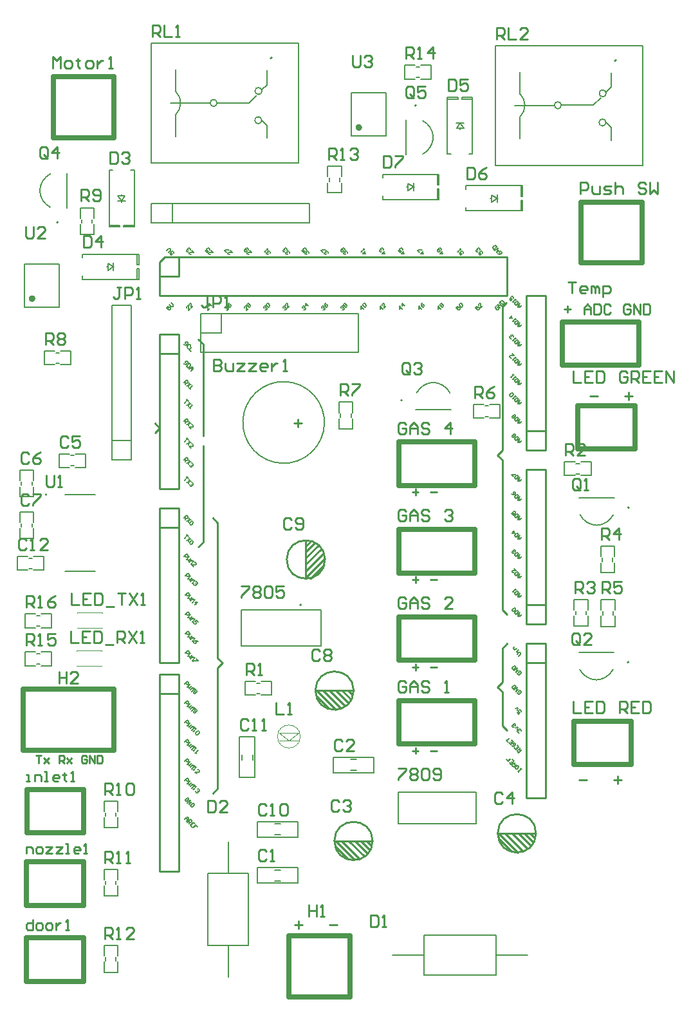
<source format=gto>
G04*
G04 #@! TF.GenerationSoftware,Altium Limited,Altium Designer,21.3.2 (30)*
G04*
G04 Layer_Color=65535*
%FSTAX24Y24*%
%MOIN*%
G70*
G04*
G04 #@! TF.SameCoordinates,1A830F01-20DA-4C5A-9A70-DFAE4FF976D2*
G04*
G04*
G04 #@! TF.FilePolarity,Positive*
G04*
G01*
G75*
%ADD10C,0.0079*%
%ADD11C,0.0050*%
%ADD12C,0.0070*%
%ADD13C,0.0100*%
%ADD14C,0.0040*%
%ADD15C,0.0080*%
%ADD16C,0.0250*%
G36*
X021456Y064803D02*
Y064565D01*
X02122D01*
Y064803D01*
X021456D01*
D02*
G37*
G36*
X038385Y073661D02*
Y073423D01*
X03815D01*
Y073661D01*
X038385D01*
D02*
G37*
D10*
X052279Y05387D02*
G03*
X052279Y05387I-000039J0D01*
G01*
X022694Y068626D02*
G03*
X022694Y068626I-000039J0D01*
G01*
X021481Y064685D02*
G03*
X021481Y064685I-000142J0D01*
G01*
X052263Y045866D02*
G03*
X052263Y045866I-000039J0D01*
G01*
X040516Y059432D02*
G03*
X040516Y059432I-000039J0D01*
G01*
X041248Y074681D02*
G03*
X041248Y074681I-000039J0D01*
G01*
X022108Y054541D02*
G03*
X022108Y054541I-000039J0D01*
G01*
X035291Y048835D02*
G03*
X035291Y048835I-000039J0D01*
G01*
X03841Y073543D02*
G03*
X03841Y073543I-000142J0D01*
G01*
X027504Y069594D02*
X035701D01*
X027504Y068594D02*
Y069594D01*
Y068594D02*
X035701D01*
Y069594D01*
X028602Y068594D02*
Y069594D01*
X031161Y062902D02*
Y063902D01*
X030063Y062902D02*
X031161D01*
X030063Y061902D02*
Y063902D01*
Y061902D02*
X03826D01*
Y063902D01*
X030063D02*
X03826D01*
X039495Y071122D02*
X042421D01*
X039495Y070935D02*
Y071122D01*
X042421Y070572D02*
Y071122D01*
X039495Y069822D02*
Y07001D01*
X042345Y070572D02*
X042421D01*
X042345D02*
Y071122D01*
Y069822D02*
Y070372D01*
X042421D01*
X039495Y069822D02*
X042421D01*
Y070372D01*
X041102Y070276D02*
Y070669D01*
X040827Y07063D02*
X041102Y070472D01*
X040827Y070276D02*
X041102Y070472D01*
X040827Y070276D02*
Y07063D01*
X041102Y070472D02*
X041142D01*
X040748D02*
X040827D01*
X043826Y070532D02*
X046752D01*
X043826Y070344D02*
Y070532D01*
X046752Y069982D02*
Y070532D01*
X043826Y069232D02*
Y069419D01*
X046676Y069982D02*
X046752D01*
X046676D02*
Y070532D01*
Y069232D02*
Y069782D01*
X046752D01*
X043826Y069232D02*
X046752D01*
Y069782D01*
X045433Y069685D02*
Y070079D01*
X045157Y070039D02*
X045433Y069882D01*
X045157Y069685D02*
X045433Y069882D01*
X045157Y069685D02*
Y070039D01*
X045433Y069882D02*
X045472D01*
X045079D02*
X045157D01*
X042854Y072172D02*
Y075098D01*
Y072172D02*
X043041D01*
X042854Y075098D02*
X043404D01*
X043967Y072172D02*
X044154D01*
X043404Y075022D02*
Y075098D01*
X042854Y075022D02*
X043404D01*
X043604D02*
X044154D01*
X043604D02*
Y075098D01*
X044154Y072172D02*
Y075098D01*
X043604D02*
X044154D01*
X043307Y07378D02*
X043701D01*
X043346Y073504D02*
X043504Y07378D01*
X043701Y073504D01*
X043346D02*
X043701D01*
X043504Y07378D02*
Y073819D01*
Y073425D02*
Y073504D01*
X023944Y066989D02*
X02687D01*
X023944Y066801D02*
Y066989D01*
X02687Y066439D02*
Y066989D01*
X023944Y065689D02*
Y065876D01*
X026794Y066439D02*
X02687D01*
X026794D02*
Y066989D01*
Y065689D02*
Y066239D01*
X02687D01*
X023944Y065689D02*
X02687D01*
Y066239D01*
X025551Y066142D02*
Y066535D01*
X025276Y066496D02*
X025551Y066339D01*
X025276Y066142D02*
X025551Y066339D01*
X025276Y066142D02*
Y066496D01*
X025551Y066339D02*
X025591D01*
X025197D02*
X025276D01*
X026634Y068406D02*
Y071332D01*
X026447D02*
X026634D01*
X026084Y068406D02*
X026634D01*
X025334Y071332D02*
X025522D01*
X026084Y068406D02*
Y068482D01*
X026634D01*
X025334D02*
X025884D01*
Y068406D02*
Y068482D01*
X025334Y068406D02*
Y071332D01*
Y068406D02*
X025884D01*
X025787Y069724D02*
X026181D01*
X025984D02*
X026142Y07D01*
X025787D02*
X025984Y069724D01*
X025787Y07D02*
X026142D01*
X025984Y069685D02*
Y069724D01*
Y07D02*
Y070079D01*
X022816Y061258D02*
X023345D01*
Y061968D01*
X022816D02*
X023345D01*
X021967D02*
X022511D01*
X021967Y061258D02*
X022511D01*
X021967D02*
Y061968D01*
X023833Y068012D02*
Y06854D01*
Y068012D02*
X024543D01*
Y06854D01*
Y068845D02*
Y06939D01*
X023833Y068845D02*
Y06939D01*
X024543D01*
X020945Y064232D02*
Y066476D01*
X022756D01*
Y064232D02*
Y066476D01*
X020945Y064232D02*
X022756D01*
X020965Y045683D02*
Y046393D01*
Y045683D02*
X021509D01*
X020965Y046393D02*
X021509D01*
X021814D02*
X022343D01*
Y045683D02*
Y046393D01*
X021814Y045683D02*
X022343D01*
X020965Y047652D02*
Y048362D01*
Y047652D02*
X021509D01*
X020965Y048362D02*
X021509D01*
X021814D02*
X022343D01*
Y047652D02*
Y048362D01*
X021814Y047652D02*
X022343D01*
X032539Y031201D02*
Y034941D01*
X030453Y031201D02*
X032539D01*
X030453D02*
Y034941D01*
X032539D01*
X031496Y034961D02*
Y036571D01*
Y029571D02*
Y031181D01*
X041634Y029665D02*
X045374D01*
X041634D02*
Y031752D01*
X045374D01*
Y029665D02*
Y031752D01*
X045394Y030709D02*
X047004D01*
X040004D02*
X041614D01*
X048917Y055526D02*
Y056236D01*
Y055526D02*
X049462D01*
X048917Y056236D02*
X049462D01*
X049767D02*
X050295D01*
Y055526D02*
Y056236D01*
X049767Y055526D02*
X050295D01*
X049423Y049114D02*
X050133D01*
X049423Y04857D02*
Y049114D01*
X050133Y04857D02*
Y049114D01*
Y047736D02*
Y048264D01*
X049423Y047736D02*
X050133D01*
X049423D02*
Y048264D01*
X050801Y05187D02*
X051511D01*
X050801Y051325D02*
Y05187D01*
X051511Y051325D02*
Y05187D01*
Y050492D02*
Y05102D01*
X050801Y050492D02*
X051511D01*
X050801D02*
Y05102D01*
X050827Y047715D02*
X051537D01*
Y048259D01*
X050827Y047715D02*
Y048259D01*
Y048564D02*
Y049093D01*
X051537D01*
Y048564D02*
Y049093D01*
X025484Y056327D02*
Y064327D01*
Y056327D02*
X026484D01*
Y064327D01*
X025484D02*
X026484D01*
X025484Y057327D02*
X026484D01*
X022735Y055949D02*
X023265D01*
X02357D02*
X024115D01*
X02357Y056649D02*
X024115D01*
X022735D02*
X023265D01*
X024115Y055949D02*
Y056649D01*
X022735Y055949D02*
Y056649D01*
X03208Y039895D02*
X03229D01*
X03208D02*
Y041995D01*
X03277Y040805D02*
Y041085D01*
X0322Y040805D02*
Y041085D01*
X03208Y041995D02*
X03288D01*
Y039895D02*
Y041995D01*
X03229Y039895D02*
X03288D01*
X035105Y036805D02*
Y037015D01*
X033005Y036805D02*
X035105D01*
X033915Y037495D02*
X034195D01*
X033915Y036925D02*
X034195D01*
X033005Y036805D02*
Y037605D01*
X035105D01*
Y037015D02*
Y037605D01*
X036942Y040741D02*
Y040951D01*
X039042D01*
X037852Y040261D02*
X038132D01*
X037852Y040831D02*
X038132D01*
X039042Y040151D02*
Y040951D01*
X036942Y040151D02*
X039042D01*
X036942D02*
Y040741D01*
X033005Y035033D02*
Y035243D01*
X035105D01*
X033915Y034553D02*
X034195D01*
X033915Y035123D02*
X034195D01*
X035105Y034443D02*
Y035243D01*
X033005Y034443D02*
X035105D01*
X033005D02*
Y035033D01*
X040315Y039132D02*
X044331D01*
X040315Y037502D02*
X044331D01*
Y039132D01*
X040315Y037502D02*
Y039132D01*
X021421Y051334D02*
X02195D01*
X02057D02*
X021115D01*
X02057Y050634D02*
X021115D01*
X021421D02*
X02195D01*
X02057D02*
Y051334D01*
X02195Y050634D02*
Y051334D01*
X042028Y076048D02*
Y076758D01*
X041483D02*
X042028D01*
X041483Y076048D02*
X042028D01*
X04065D02*
X041178D01*
X04065D02*
Y076758D01*
X041178D01*
X03376Y044158D02*
Y044868D01*
X033215D02*
X03376D01*
X033215Y044158D02*
X03376D01*
X032382D02*
X03291D01*
X032382D02*
Y044868D01*
X03291D01*
X036652Y071537D02*
X037362D01*
X036652Y070993D02*
Y071537D01*
X037362Y070993D02*
Y071537D01*
Y070159D02*
Y070687D01*
X036652Y070159D02*
X037362D01*
X036652D02*
Y070687D01*
X025064Y029823D02*
X025774D01*
Y030367D01*
X025064Y029823D02*
Y030367D01*
Y030673D02*
Y031201D01*
X025774D01*
Y030673D02*
Y031201D01*
X025064Y03376D02*
X025774D01*
Y034304D01*
X025064Y03376D02*
Y034304D01*
Y03461D02*
Y035138D01*
X025774D01*
Y03461D02*
Y035138D01*
X025064Y037303D02*
X025774D01*
Y037848D01*
X025064Y037303D02*
Y037848D01*
Y038153D02*
Y038681D01*
X025774D01*
Y038153D02*
Y038681D01*
X037242Y059332D02*
X037952D01*
X037242Y058788D02*
Y059332D01*
X037952Y058788D02*
Y059332D01*
Y057954D02*
Y058483D01*
X037242Y057954D02*
X037952D01*
X037242D02*
Y058483D01*
X045592Y058504D02*
Y059214D01*
X045048D02*
X045592D01*
X045048Y058504D02*
X045592D01*
X044214D02*
X044743D01*
X044214D02*
Y059214D01*
X044743D01*
X021413Y054428D02*
Y054957D01*
Y055263D02*
Y055808D01*
X020713Y055263D02*
Y055808D01*
Y054428D02*
Y054957D01*
Y055808D02*
X021413D01*
X020713Y054428D02*
X021413D01*
Y052263D02*
Y052792D01*
Y053097D02*
Y053643D01*
X020713Y053097D02*
Y053643D01*
Y052263D02*
Y052792D01*
Y053643D02*
X021413D01*
X020713Y052263D02*
X021413D01*
X037874Y073091D02*
X039685D01*
Y075335D01*
X037874D02*
X039685D01*
X037874Y073091D02*
Y075335D01*
D11*
X050582Y052952D02*
G03*
X051453Y053496I-000036J001026D01*
G01*
X049728D02*
G03*
X050599Y052952I000906J000482D01*
G01*
X022282Y071138D02*
G03*
X021737Y070267I000482J-000906D01*
G01*
Y070284D02*
G03*
X022282Y069413I001026J000036D01*
G01*
X050566Y044948D02*
G03*
X051437Y045493I-000036J001026D01*
G01*
X049713D02*
G03*
X050583Y044948I000906J000482D01*
G01*
X042134Y060349D02*
G03*
X041264Y059805I000036J-001026D01*
G01*
X042988D02*
G03*
X042118Y060349I-000906J-000482D01*
G01*
X042126Y073023D02*
G03*
X041582Y073894I-001026J-000036D01*
G01*
Y072169D02*
G03*
X042126Y07304I-000482J000906D01*
G01*
X049685Y05437D02*
X051496D01*
X023155Y06937D02*
Y071181D01*
X049669Y046366D02*
X05148D01*
X04122Y058931D02*
X043032D01*
X040709Y072126D02*
Y073937D01*
X023031Y054551D02*
X024606D01*
X023031Y050567D02*
X024606D01*
X036327Y046709D02*
Y048559D01*
X032177D02*
X036327D01*
X032177Y046709D02*
Y048559D01*
Y046709D02*
X036327D01*
X029249Y037731D02*
X029343Y037825D01*
X029437D01*
Y037731D01*
X029343Y037636D01*
X029414Y037707D01*
X02932Y037801D01*
X02939Y037589D02*
X029532Y037731D01*
X029602Y03766D01*
Y037613D01*
X029555Y037566D01*
X029508D01*
X029437Y037636D01*
X029484Y037589D02*
Y037495D01*
X029767D02*
X029673Y037589D01*
X029532Y037448D01*
X029626Y037354D01*
X029602Y037519D02*
X029649Y037472D01*
X029909Y037354D02*
X029814Y037448D01*
X029744Y037377D01*
X029791Y03733D01*
X029744Y037377D01*
X029673Y037307D01*
X029461Y038754D02*
Y038801D01*
X029414Y038849D01*
X029367Y038849D01*
X029272Y038754D01*
Y038707D01*
X02932Y03866D01*
X029367Y03866D01*
X029414Y038707D01*
X029367Y038754D01*
X02939Y038589D02*
X029532Y038731D01*
X029484Y038495D01*
X029626Y038636D01*
X029673Y038589D02*
X029532Y038448D01*
X029602Y038377D01*
X029649Y038377D01*
X029744Y038472D01*
Y038519D01*
X029673Y038589D01*
X029249Y039731D02*
X02939Y039872D01*
X029461Y039801D01*
Y039754D01*
X029414Y039707D01*
X029367Y039707D01*
X029296Y039778D01*
X029532Y039731D02*
X02939Y039589D01*
X029484D01*
Y039495D01*
X029626Y039636D01*
X029532Y039448D02*
X029673Y039589D01*
Y039495D01*
X029767D01*
X029626Y039354D01*
X029673Y039307D02*
X02972Y039259D01*
X029697Y039283D01*
X029838Y039424D01*
X029791Y039424D01*
X029909Y039307D02*
X029956Y039307D01*
X030003Y039259D01*
Y039212D01*
X029979Y039189D01*
X029932D01*
X029909Y039212D01*
X029932Y039189D01*
Y039142D01*
X029909Y039118D01*
X029861D01*
X029814Y039165D01*
Y039212D01*
X029249Y040731D02*
X02939Y040872D01*
X029461Y040801D01*
Y040754D01*
X029414Y040707D01*
X029367Y040707D01*
X029296Y040778D01*
X029532Y040731D02*
X02939Y040589D01*
X029484D01*
Y040495D01*
X029626Y040636D01*
X029532Y040448D02*
X029673Y040589D01*
Y040495D01*
X029767D01*
X029626Y040354D01*
X029673Y040307D02*
X02972Y040259D01*
X029697Y040283D01*
X029838Y040424D01*
X029791Y040424D01*
X029885Y040095D02*
X029791Y040189D01*
X029979D01*
X030003Y040212D01*
Y040259D01*
X029956Y040307D01*
X029909Y040307D01*
X029249Y041731D02*
X02939Y041872D01*
X029461Y041801D01*
Y041754D01*
X029414Y041707D01*
X029367Y041707D01*
X029296Y041778D01*
X029532Y041731D02*
X02939Y041589D01*
X029484D01*
Y041495D01*
X029626Y041636D01*
X029532Y041448D02*
X029673Y041589D01*
Y041495D01*
X029767D01*
X029626Y041354D01*
X029673Y041307D02*
X02972Y041259D01*
X029697Y041283D01*
X029838Y041424D01*
X029791Y041424D01*
Y041189D02*
X029838Y041142D01*
X029814Y041165D01*
X029956Y041307D01*
X029909Y041307D01*
X029249Y042731D02*
X02939Y042872D01*
X029461Y042801D01*
Y042754D01*
X029414Y042707D01*
X029367Y042707D01*
X029296Y042778D01*
X029532Y042731D02*
X02939Y042589D01*
X029484D01*
Y042495D01*
X029626Y042636D01*
X029532Y042448D02*
X029673Y042589D01*
Y042495D01*
X029767D01*
X029626Y042354D01*
X029673Y042307D02*
X02972Y042259D01*
X029697Y042283D01*
X029838Y042424D01*
X029791Y042424D01*
X029909Y042307D02*
X029956Y042307D01*
X030003Y042259D01*
Y042212D01*
X029909Y042118D01*
X029861D01*
X029814Y042165D01*
Y042212D01*
X029909Y042307D01*
X029249Y043731D02*
X02939Y043872D01*
X029461Y043801D01*
Y043754D01*
X029414Y043707D01*
X029367Y043707D01*
X029296Y043778D01*
X029532Y043731D02*
X02939Y043589D01*
X029484D01*
Y043495D01*
X029626Y043636D01*
X029532Y043448D02*
X029673Y043589D01*
Y043495D01*
X029767D01*
X029626Y043354D01*
X029697Y04333D02*
Y043283D01*
X029744Y043236D01*
X029791D01*
X029885Y04333D01*
Y043377D01*
X029838Y043424D01*
X029791Y043424D01*
X029767Y043401D01*
X029767Y043354D01*
X029838Y043283D01*
X029249Y044731D02*
X02939Y044872D01*
X029461Y044801D01*
Y044754D01*
X029414Y044707D01*
X029367Y044707D01*
X029296Y044778D01*
X029532Y044731D02*
X02939Y044589D01*
X029484D01*
Y044495D01*
X029626Y044636D01*
X029532Y044448D02*
X029673Y044589D01*
Y044495D01*
X029767D01*
X029626Y044354D01*
X029791Y044424D02*
X029838Y044424D01*
X029885Y044377D01*
Y04433D01*
X029861Y044307D01*
X029814D01*
Y044259D01*
X029791Y044236D01*
X029744D01*
X029697Y044283D01*
Y04433D01*
X02972Y044354D01*
X029767D01*
X029767Y044401D01*
X029791Y044424D01*
X029767Y044354D02*
X029814Y044307D01*
X02927Y046331D02*
X029411Y046472D01*
X029482Y046401D01*
Y046354D01*
X029434Y046307D01*
X029387Y046307D01*
X029317Y046378D01*
X029552Y046331D02*
X029411Y046189D01*
X029505D01*
Y046095D01*
X029647Y046236D01*
X029552Y046048D02*
X029694Y046189D01*
Y046095D01*
X029788D01*
X029647Y045954D01*
X029835Y046048D02*
X029929Y045954D01*
X029906Y04593D01*
X029717D01*
X029694Y045907D01*
X02927Y047331D02*
X029411Y047472D01*
X029482Y047401D01*
Y047354D01*
X029434Y047307D01*
X029387Y047307D01*
X029317Y047378D01*
X029552Y047331D02*
X029411Y047189D01*
X029505D01*
Y047095D01*
X029647Y047236D01*
X029552Y047048D02*
X029694Y047189D01*
Y047095D01*
X029788D01*
X029647Y046954D01*
X029929D02*
X029859Y046977D01*
X029764D01*
X029717Y04693D01*
Y046883D01*
X029764Y046836D01*
X029811D01*
X029835Y046859D01*
Y046907D01*
X029764Y046977D01*
X02927Y048331D02*
X029411Y048472D01*
X029482Y048401D01*
Y048354D01*
X029434Y048307D01*
X029387Y048307D01*
X029317Y048378D01*
X029552Y048331D02*
X029411Y048189D01*
X029505D01*
Y048095D01*
X029647Y048236D01*
X029552Y048048D02*
X029694Y048189D01*
Y048095D01*
X029788D01*
X029647Y047954D01*
X029929D02*
X029835Y048048D01*
X029764Y047977D01*
X029835Y047954D01*
X029859Y04793D01*
Y047883D01*
X029811Y047836D01*
X029764D01*
X029717Y047883D01*
Y04793D01*
X02927Y049331D02*
X029411Y049472D01*
X029482Y049401D01*
Y049354D01*
X029434Y049307D01*
X029387Y049307D01*
X029317Y049378D01*
X029552Y049331D02*
X029411Y049189D01*
X029505D01*
Y049095D01*
X029647Y049236D01*
X029552Y049048D02*
X029694Y049189D01*
Y049095D01*
X029788D01*
X029647Y048954D01*
X029764Y048836D02*
X029906Y048977D01*
X029764Y048977D01*
X029859Y048883D01*
X02927Y050331D02*
X029411Y050472D01*
X029482Y050401D01*
Y050354D01*
X029434Y050307D01*
X029387Y050307D01*
X029317Y050378D01*
X029552Y050331D02*
X029411Y050189D01*
X029505D01*
Y050095D01*
X029647Y050236D01*
X029552Y050048D02*
X029694Y050189D01*
Y050095D01*
X029788D01*
X029647Y049954D01*
X029811Y050024D02*
X029859Y050024D01*
X029906Y049977D01*
Y04993D01*
X029882Y049907D01*
X029835D01*
X029811Y04993D01*
X029835Y049907D01*
Y049859D01*
X029811Y049836D01*
X029764D01*
X029717Y049883D01*
Y04993D01*
X029199Y051331D02*
X02934Y051472D01*
X029411Y051401D01*
Y051354D01*
X029364Y051307D01*
X029317Y051307D01*
X029246Y051378D01*
X029482Y051331D02*
X02934Y051189D01*
X029434D01*
Y051095D01*
X029576Y051236D01*
X029482Y051048D02*
X029623Y051189D01*
Y051095D01*
X029717D01*
X029576Y050954D01*
X029717Y050812D02*
X029623Y050907D01*
X029811D01*
X029835Y05093D01*
Y050977D01*
X029788Y051024D01*
X029741Y051024D01*
X02934Y052472D02*
X029434Y052378D01*
X029387Y052425D01*
X029246Y052284D01*
X029482Y052331D02*
X029434Y052095D01*
X029576Y052236D02*
X02934Y052189D01*
X029599Y052166D02*
X029647D01*
X029694Y052119D01*
Y052072D01*
X029599Y051977D01*
X029552Y051977D01*
X029505Y052024D01*
Y052072D01*
X029599Y052166D01*
X02934Y055472D02*
X029434Y055378D01*
X029387Y055425D01*
X029246Y055284D01*
X029482Y055331D02*
X029434Y055095D01*
X029576Y055236D02*
X02934Y055189D01*
X029599Y055166D02*
X029647D01*
X029694Y055119D01*
Y055072D01*
X02967Y055048D01*
X029623D01*
X029599Y055072D01*
X029623Y055048D01*
X029623Y055001D01*
X029599Y054977D01*
X029552Y054977D01*
X029505Y055024D01*
Y055072D01*
X029199Y056331D02*
X02934Y056472D01*
X029411Y056401D01*
Y056354D01*
X029364Y056307D01*
X029317Y056307D01*
X029246Y056378D01*
X029293Y056331D02*
Y056236D01*
X029482Y056331D02*
X029434Y056095D01*
X029576Y056236D02*
X02934Y056189D01*
X029599Y056166D02*
X029647D01*
X029694Y056119D01*
Y056072D01*
X02967Y056048D01*
X029623D01*
X029599Y056072D01*
X029623Y056048D01*
X029623Y056001D01*
X029599Y055977D01*
X029552Y055977D01*
X029505Y056024D01*
Y056072D01*
X02934Y057472D02*
X029434Y057378D01*
X029387Y057425D01*
X029246Y057284D01*
X029482Y057331D02*
X029434Y057095D01*
X029576Y057236D02*
X02934Y057189D01*
X029576Y056954D02*
X029482Y057048D01*
X02967D01*
X029694Y057072D01*
Y057119D01*
X029647Y057166D01*
X029599D01*
X029199Y058331D02*
X02934Y058472D01*
X029411Y058401D01*
Y058354D01*
X029364Y058307D01*
X029317Y058307D01*
X029246Y058378D01*
X029293Y058331D02*
Y058236D01*
X029482Y058331D02*
X029434Y058095D01*
X029576Y058236D02*
X02934Y058189D01*
X029576Y057954D02*
X029482Y058048D01*
X02967D01*
X029694Y058072D01*
Y058119D01*
X029647Y058166D01*
X029599D01*
X02934Y059472D02*
X029434Y059378D01*
X029387Y059425D01*
X029246Y059284D01*
X029482Y059331D02*
X029434Y059095D01*
X029576Y059236D02*
X02934Y059189D01*
X029482Y059048D02*
X029529Y059001D01*
X029505Y059024D01*
X029647Y059166D01*
X029599D01*
X029199Y060331D02*
X02934Y060472D01*
X029411Y060401D01*
Y060354D01*
X029364Y060307D01*
X029317Y060307D01*
X029246Y060378D01*
X029293Y060331D02*
Y060236D01*
X029482Y060331D02*
X029434Y060095D01*
X029576Y060236D02*
X02934Y060189D01*
X029482Y060048D02*
X029529Y060001D01*
X029505Y060024D01*
X029647Y060166D01*
X029599D01*
X029411Y061354D02*
Y061401D01*
X029364Y061449D01*
X029317Y061449D01*
X029293Y061425D01*
X029293Y061378D01*
X02934Y061331D01*
X02934Y061284D01*
X029317Y06126D01*
X02927Y06126D01*
X029222Y061307D01*
Y061354D01*
X029482Y061331D02*
X02934Y061189D01*
X029411Y061119D01*
X029458D01*
X029552Y061213D01*
Y06126D01*
X029482Y061331D01*
Y061048D02*
X029576Y061142D01*
X02967D01*
Y061048D01*
X029576Y060954D01*
X029647Y061024D01*
X029552Y061119D01*
X045487Y067057D02*
Y06701D01*
X045534Y066963D01*
X045581Y066963D01*
X045675Y067057D01*
Y067104D01*
X045628Y067151D01*
X045581Y067151D01*
X045534Y067104D01*
X045581Y067057D01*
X045557Y067222D02*
X045416Y067081D01*
X045463Y067316D01*
X045322Y067175D01*
X045275Y067222D02*
X045416Y067363D01*
X045345Y067434D01*
X045298Y067434D01*
X045204Y06734D01*
Y067293D01*
X045275Y067222D01*
X044463Y067034D02*
X044557Y066939D01*
X044628Y06701D01*
X044557Y067034D01*
X044534Y067057D01*
Y067104D01*
X044581Y067151D01*
X044628Y067151D01*
X044675Y067104D01*
Y067057D01*
X04444Y067104D02*
X044393Y067104D01*
X044345Y067151D01*
Y067199D01*
X044369Y067222D01*
X044416D01*
X04444Y067199D01*
X044416Y067222D01*
Y067269D01*
X04444Y067293D01*
X044487D01*
X044534Y067246D01*
Y067199D01*
X043463Y067034D02*
X043557Y066939D01*
X043628Y06701D01*
X043557Y067034D01*
X043534Y067057D01*
Y067104D01*
X043581Y067151D01*
X043628Y067151D01*
X043675Y067104D01*
Y067057D01*
X043557Y067222D02*
X04351Y067269D01*
X043534Y067246D01*
X043393Y067104D01*
X04344Y067104D01*
X042628Y067151D02*
X042487Y06701D01*
X042628Y06701D01*
X042534Y067104D01*
Y067199D02*
Y067246D01*
X042487Y067293D01*
X04244D01*
X042345Y067199D01*
Y067151D01*
X042393Y067104D01*
X04244Y067104D01*
X042463Y067128D01*
Y067175D01*
X042393Y067246D01*
X041628Y067151D02*
X041487Y06701D01*
X041628Y06701D01*
X041534Y067104D01*
X041416Y067081D02*
X041322Y067175D01*
X041345Y067199D01*
X041534D01*
X041557Y067222D01*
X040628Y067151D02*
X040487Y06701D01*
X040628Y06701D01*
X040534Y067104D01*
X040322Y067175D02*
X040416Y067081D01*
X040487Y067151D01*
X040416Y067175D01*
X040393Y067199D01*
Y067246D01*
X04044Y067293D01*
X040487D01*
X040534Y067246D01*
Y067199D01*
X039628Y067151D02*
X039487Y06701D01*
X039628Y06701D01*
X039534Y067104D01*
X03944D02*
X039393Y067104D01*
X039345Y067151D01*
Y067199D01*
X039369Y067222D01*
X039416D01*
X03944Y067199D01*
X039416Y067222D01*
Y067269D01*
X03944Y067293D01*
X039487D01*
X039534Y067246D01*
Y067199D01*
X038628Y067151D02*
X038487Y06701D01*
X038628Y06701D01*
X038534Y067104D01*
X038557Y067222D02*
X03851Y067269D01*
X038534Y067246D01*
X038393Y067104D01*
X03844Y067104D01*
X037581Y066963D02*
X037534Y066963D01*
X037487Y06701D01*
Y067057D01*
X03751Y067081D01*
X037557D01*
X037581Y067057D01*
X037557Y067081D01*
X037557Y067128D01*
X037581Y067151D01*
X037628Y067151D01*
X037675Y067104D01*
Y067057D01*
X037534Y067199D02*
Y067246D01*
X037487Y067293D01*
X03744D01*
X037345Y067199D01*
Y067151D01*
X037393Y067104D01*
X03744Y067104D01*
X037463Y067128D01*
Y067175D01*
X037393Y067246D01*
X036581Y066963D02*
X036534Y066963D01*
X036487Y06701D01*
Y067057D01*
X03651Y067081D01*
X036557D01*
X036581Y067057D01*
X036557Y067081D01*
X036557Y067128D01*
X036581Y067151D01*
X036628Y067151D01*
X036675Y067104D01*
Y067057D01*
X036416Y067081D02*
X036322Y067175D01*
X036345Y067199D01*
X036534D01*
X036557Y067222D01*
X035581Y066963D02*
X035534Y066963D01*
X035487Y06701D01*
Y067057D01*
X03551Y067081D01*
X035557D01*
X035581Y067057D01*
X035557Y067081D01*
X035557Y067128D01*
X035581Y067151D01*
X035628Y067151D01*
X035675Y067104D01*
Y067057D01*
X035322Y067175D02*
X035416Y067081D01*
X035487Y067151D01*
X035416Y067175D01*
X035393Y067199D01*
Y067246D01*
X03544Y067293D01*
X035487D01*
X035534Y067246D01*
Y067199D01*
X034581Y066963D02*
X034534Y066963D01*
X034487Y06701D01*
Y067057D01*
X03451Y067081D01*
X034557D01*
X034581Y067057D01*
X034557Y067081D01*
X034557Y067128D01*
X034581Y067151D01*
X034628Y067151D01*
X034675Y067104D01*
Y067057D01*
X03444Y067104D02*
X034393Y067104D01*
X034345Y067151D01*
Y067199D01*
X034369Y067222D01*
X034416D01*
X03444Y067199D01*
X034416Y067222D01*
Y067269D01*
X03444Y067293D01*
X034487D01*
X034534Y067246D01*
Y067199D01*
X033581Y066963D02*
X033534Y066963D01*
X033487Y06701D01*
Y067057D01*
X03351Y067081D01*
X033557D01*
X033581Y067057D01*
X033557Y067081D01*
X033557Y067128D01*
X033581Y067151D01*
X033628Y067151D01*
X033675Y067104D01*
Y067057D01*
X033557Y067222D02*
X03351Y067269D01*
X033534Y067246D01*
X033393Y067104D01*
X03344Y067104D01*
X032605Y067175D02*
X032699Y067081D01*
X03251D01*
X032487Y067057D01*
Y06701D01*
X032534Y066963D01*
X032581Y066963D01*
X032534Y067199D02*
Y067246D01*
X032487Y067293D01*
X03244D01*
X032345Y067199D01*
Y067151D01*
X032393Y067104D01*
X03244Y067104D01*
X032463Y067128D01*
Y067175D01*
X032393Y067246D01*
X031605Y067175D02*
X031699Y067081D01*
X03151D01*
X031487Y067057D01*
Y06701D01*
X031534Y066963D01*
X031581Y066963D01*
X031416Y067081D02*
X031322Y067175D01*
X031345Y067199D01*
X031534D01*
X031557Y067222D01*
X030605Y067175D02*
X030699Y067081D01*
X03051D01*
X030487Y067057D01*
Y06701D01*
X030534Y066963D01*
X030581Y066963D01*
X030322Y067175D02*
X030416Y067081D01*
X030487Y067151D01*
X030416Y067175D01*
X030393Y067199D01*
Y067246D01*
X03044Y067293D01*
X030487D01*
X030534Y067246D01*
Y067199D01*
X029605Y067175D02*
X029699Y067081D01*
X02951D01*
X029487Y067057D01*
Y06701D01*
X029534Y066963D01*
X029581Y066963D01*
X02944Y067104D02*
X029393Y067104D01*
X029345Y067151D01*
Y067199D01*
X029369Y067222D01*
X029416D01*
X02944Y067199D01*
X029416Y067222D01*
Y067269D01*
X02944Y067293D01*
X029487D01*
X029534Y067246D01*
Y067199D01*
X028463Y067034D02*
X028557Y066939D01*
X028628Y06701D01*
X028557Y067034D01*
X028534Y067057D01*
Y067104D01*
X028581Y067151D01*
X028628Y067151D01*
X028675Y067104D01*
Y067057D01*
X028416Y067081D02*
X02851Y067175D01*
Y067269D01*
X028416D01*
X028322Y067175D01*
X043402Y064316D02*
X043307Y064222D01*
X043378Y064151D01*
X043402Y064222D01*
X043425Y064246D01*
X043472D01*
X04352Y064199D01*
X04352Y064151D01*
X043472Y064104D01*
X043425D01*
X043472Y06434D02*
X043472Y064387D01*
X04352Y064434D01*
X043567D01*
X043661Y06434D01*
Y064293D01*
X043614Y064246D01*
X043567D01*
X043472Y06434D01*
X045425Y064293D02*
X045378D01*
X045331Y064246D01*
X045331Y064199D01*
X045425Y064104D01*
X045472D01*
X04552Y064151D01*
X04552Y064199D01*
X045472Y064246D01*
X045425Y064199D01*
X04559Y064222D02*
X045449Y064363D01*
X045684Y064316D01*
X045543Y064458D01*
X04559Y064505D02*
X045732Y064363D01*
X045802Y064434D01*
X045802Y064481D01*
X045708Y064576D01*
X045661D01*
X04559Y064505D01*
X044402Y064316D02*
X044307Y064222D01*
X044378Y064151D01*
X044402Y064222D01*
X044425Y064246D01*
X044472D01*
X04452Y064199D01*
X04452Y064151D01*
X044472Y064104D01*
X044425D01*
X044684Y064316D02*
X04459Y064222D01*
Y064411D01*
X044567Y064434D01*
X04452D01*
X044472Y064387D01*
X044472Y06434D01*
X04252Y064151D02*
X042378Y064293D01*
X042378Y064151D01*
X042472Y064246D01*
Y06434D02*
X042472Y064387D01*
X04252Y064434D01*
X042567D01*
X04259Y064411D01*
Y064363D01*
X042637D01*
X042661Y06434D01*
Y064293D01*
X042614Y064246D01*
X042567D01*
X042543Y064269D01*
Y064316D01*
X042496D01*
X042472Y06434D01*
X042543Y064316D02*
X04259Y064363D01*
X04152Y064151D02*
X041378Y064293D01*
X041378Y064151D01*
X041472Y064246D01*
X041543Y064458D02*
X04152Y064387D01*
Y064293D01*
X041567Y064246D01*
X041614D01*
X041661Y064293D01*
Y06434D01*
X041637Y064363D01*
X04159D01*
X04152Y064293D01*
X04052Y064151D02*
X040378Y064293D01*
X040378Y064151D01*
X040472Y064246D01*
X040661Y064293D02*
X04052Y064434D01*
X04052Y064293D01*
X040614Y064387D01*
X03952Y064151D02*
X039378Y064293D01*
X039378Y064151D01*
X039472Y064246D01*
X039684Y064316D02*
X03959Y064222D01*
Y064411D01*
X039567Y064434D01*
X03952D01*
X039472Y064387D01*
X039472Y06434D01*
X03852Y064151D02*
X038378Y064293D01*
X038378Y064151D01*
X038472Y064246D01*
Y06434D02*
X038472Y064387D01*
X03852Y064434D01*
X038567D01*
X038661Y06434D01*
Y064293D01*
X038614Y064246D01*
X038567D01*
X038472Y06434D01*
X037331Y064199D02*
X037331Y064246D01*
X037378Y064293D01*
X037425D01*
X037449Y064269D01*
Y064222D01*
X037425Y064199D01*
X037449Y064222D01*
X037496Y064222D01*
X03752Y064199D01*
X03752Y064151D01*
X037472Y064104D01*
X037425D01*
X037472Y06434D02*
X037472Y064387D01*
X03752Y064434D01*
X037567D01*
X03759Y064411D01*
Y064363D01*
X037637D01*
X037661Y06434D01*
Y064293D01*
X037614Y064246D01*
X037567D01*
X037543Y064269D01*
Y064316D01*
X037496D01*
X037472Y06434D01*
X037543Y064316D02*
X03759Y064363D01*
X036331Y064199D02*
X036331Y064246D01*
X036378Y064293D01*
X036425D01*
X036449Y064269D01*
Y064222D01*
X036425Y064199D01*
X036449Y064222D01*
X036496Y064222D01*
X03652Y064199D01*
X03652Y064151D01*
X036472Y064104D01*
X036425D01*
X036543Y064458D02*
X03652Y064387D01*
Y064293D01*
X036567Y064246D01*
X036614D01*
X036661Y064293D01*
Y06434D01*
X036637Y064363D01*
X03659D01*
X03652Y064293D01*
X035331Y064199D02*
X035331Y064246D01*
X035378Y064293D01*
X035425D01*
X035449Y064269D01*
Y064222D01*
X035425Y064199D01*
X035449Y064222D01*
X035496Y064222D01*
X03552Y064199D01*
X03552Y064151D01*
X035472Y064104D01*
X035425D01*
X035661Y064293D02*
X03552Y064434D01*
X03552Y064293D01*
X035614Y064387D01*
X034331Y064199D02*
X034331Y064246D01*
X034378Y064293D01*
X034425D01*
X034449Y064269D01*
Y064222D01*
X034425Y064199D01*
X034449Y064222D01*
X034496Y064222D01*
X03452Y064199D01*
X03452Y064151D01*
X034472Y064104D01*
X034425D01*
X034684Y064316D02*
X03459Y064222D01*
Y064411D01*
X034567Y064434D01*
X03452D01*
X034472Y064387D01*
X034472Y06434D01*
X033331Y064199D02*
X033331Y064246D01*
X033378Y064293D01*
X033425D01*
X033449Y064269D01*
Y064222D01*
X033425Y064199D01*
X033449Y064222D01*
X033496Y064222D01*
X03352Y064199D01*
X03352Y064151D01*
X033472Y064104D01*
X033425D01*
X033472Y06434D02*
X033472Y064387D01*
X03352Y064434D01*
X033567D01*
X033661Y06434D01*
Y064293D01*
X033614Y064246D01*
X033567D01*
X033472Y06434D01*
X032543Y064175D02*
X032449Y064081D01*
Y064269D01*
X032425Y064293D01*
X032378D01*
X032331Y064246D01*
X032331Y064199D01*
X032472Y06434D02*
X032472Y064387D01*
X03252Y064434D01*
X032567D01*
X03259Y064411D01*
Y064363D01*
X032637D01*
X032661Y06434D01*
Y064293D01*
X032614Y064246D01*
X032567D01*
X032543Y064269D01*
Y064316D01*
X032496D01*
X032472Y06434D01*
X032543Y064316D02*
X03259Y064363D01*
X031543Y064175D02*
X031449Y064081D01*
Y064269D01*
X031425Y064293D01*
X031378D01*
X031331Y064246D01*
X031331Y064199D01*
X031543Y064458D02*
X03152Y064387D01*
Y064293D01*
X031567Y064246D01*
X031614D01*
X031661Y064293D01*
Y06434D01*
X031637Y064363D01*
X03159D01*
X03152Y064293D01*
X030543Y064175D02*
X030449Y064081D01*
Y064269D01*
X030425Y064293D01*
X030378D01*
X030331Y064246D01*
X030331Y064199D01*
X030661Y064293D02*
X03052Y064434D01*
X03052Y064293D01*
X030614Y064387D01*
X029543Y064175D02*
X029449Y064081D01*
Y064269D01*
X029425Y064293D01*
X029378D01*
X029331Y064246D01*
X029331Y064199D01*
X029684Y064316D02*
X02959Y064222D01*
Y064411D01*
X029567Y064434D01*
X02952D01*
X029472Y064387D01*
X029472Y06434D01*
X028402Y064316D02*
X028307Y064222D01*
X028378Y064151D01*
X028402Y064222D01*
X028425Y064246D01*
X028472D01*
X02852Y064199D01*
X02852Y064151D01*
X028472Y064104D01*
X028425D01*
X028449Y064363D02*
X028543Y064269D01*
X028637D01*
Y064363D01*
X028543Y064458D01*
X029411Y062354D02*
Y062401D01*
X029364Y062449D01*
X029317Y062449D01*
X029293Y062425D01*
X029293Y062378D01*
X02934Y062331D01*
X02934Y062284D01*
X029317Y06226D01*
X02927Y06226D01*
X029222Y062307D01*
Y062354D01*
X029552Y062213D02*
Y06226D01*
X029505Y062307D01*
X029458Y062307D01*
X029364Y062213D01*
Y062166D01*
X029411Y062119D01*
X029458D01*
X029623Y062189D02*
X029482Y062048D01*
X029576Y061954D01*
X029199Y053331D02*
X02934Y053472D01*
X029411Y053401D01*
Y053354D01*
X029364Y053307D01*
X029317Y053307D01*
X029246Y053378D01*
X029293Y053331D02*
Y053236D01*
X029482Y053331D02*
X029434Y053095D01*
X029576Y053236D02*
X02934Y053189D01*
X029599Y053166D02*
X029647D01*
X029694Y053119D01*
Y053072D01*
X029599Y052977D01*
X029552Y052977D01*
X029505Y053024D01*
Y053072D01*
X029599Y053166D01*
X046699Y064331D02*
X046605Y064236D01*
X04651D01*
Y064331D01*
X046605Y064425D01*
X046534Y064354D01*
X046628Y06426D01*
X046416Y064331D02*
X046557Y064472D01*
X046487Y064543D01*
X04644D01*
X046345Y064449D01*
Y064401D01*
X046416Y064331D01*
Y064613D02*
X046369Y064661D01*
X046393Y064637D01*
X046251Y064496D01*
X046298D01*
X046063Y064684D02*
X046157Y06459D01*
X046228Y064661D01*
X046157Y064684D01*
X046133Y064708D01*
Y064755D01*
X04618Y064802D01*
X046228Y064802D01*
X046275Y064755D01*
Y064708D01*
X046699Y063331D02*
X046605Y063236D01*
X04651D01*
Y063331D01*
X046605Y063425D01*
X046534Y063354D01*
X046628Y06326D01*
X046416Y063331D02*
X046557Y063472D01*
X046487Y063543D01*
X04644D01*
X046345Y063449D01*
Y063401D01*
X046416Y063331D01*
Y063613D02*
X046369Y063661D01*
X046393Y063637D01*
X046251Y063496D01*
X046298D01*
X046228Y063802D02*
X046086Y063661D01*
X046228Y063661D01*
X046133Y063755D01*
X046699Y062331D02*
X046605Y062236D01*
X04651D01*
Y062331D01*
X046605Y062425D01*
X046534Y062354D01*
X046628Y06226D01*
X046416Y062331D02*
X046557Y062472D01*
X046487Y062543D01*
X04644D01*
X046345Y062449D01*
Y062401D01*
X046416Y062331D01*
Y062613D02*
X046369Y062661D01*
X046393Y062637D01*
X046251Y062496D01*
X046298D01*
X04618Y062613D02*
X046133D01*
X046086Y062661D01*
Y062708D01*
X04611Y062731D01*
X046157D01*
X04618Y062708D01*
X046157Y062731D01*
X046157Y062778D01*
X04618Y062802D01*
X046228Y062802D01*
X046275Y062755D01*
Y062708D01*
X046699Y061331D02*
X046605Y061236D01*
X04651D01*
Y061331D01*
X046605Y061425D01*
X046534Y061354D01*
X046628Y06126D01*
X046416Y061331D02*
X046557Y061472D01*
X046487Y061543D01*
X04644D01*
X046345Y061449D01*
Y061401D01*
X046416Y061331D01*
Y061613D02*
X046369Y061661D01*
X046393Y061637D01*
X046251Y061496D01*
X046298D01*
X046204Y061826D02*
X046298Y061731D01*
X04611D01*
X046086Y061708D01*
Y061661D01*
X046133Y061613D01*
X04618D01*
X046699Y060331D02*
X046605Y060236D01*
X04651D01*
Y060331D01*
X046605Y060425D01*
X046534Y060354D01*
X046628Y06026D01*
X046416Y060331D02*
X046557Y060472D01*
X046487Y060543D01*
X04644D01*
X046345Y060449D01*
Y060401D01*
X046416Y060331D01*
Y060613D02*
X046369Y060661D01*
X046393Y060637D01*
X046251Y060496D01*
X046298D01*
Y060731D02*
X046251Y060778D01*
X046275Y060755D01*
X046133Y060613D01*
X04618D01*
X046699Y059331D02*
X046605Y059236D01*
X04651D01*
Y059331D01*
X046605Y059425D01*
X046534Y059354D01*
X046628Y05926D01*
X046416Y059331D02*
X046557Y059472D01*
X046487Y059543D01*
X04644D01*
X046345Y059449D01*
Y059401D01*
X046416Y059331D01*
Y059613D02*
X046369Y059661D01*
X046393Y059637D01*
X046251Y059496D01*
X046298D01*
X04618Y059613D02*
X046133D01*
X046086Y059661D01*
Y059708D01*
X04618Y059802D01*
X046228Y059802D01*
X046275Y059755D01*
Y059708D01*
X04618Y059613D01*
X046699Y058331D02*
X046605Y058236D01*
X04651D01*
Y058331D01*
X046605Y058425D01*
X046534Y058354D01*
X046628Y05826D01*
X046416Y058331D02*
X046557Y058472D01*
X046487Y058543D01*
X04644D01*
X046345Y058449D01*
Y058401D01*
X046416Y058331D01*
X046393Y05859D02*
Y058637D01*
X046345Y058684D01*
X046298Y058684D01*
X046204Y05859D01*
Y058543D01*
X046251Y058496D01*
X046298D01*
X046322Y058519D01*
X046322Y058566D01*
X046251Y058637D01*
X046699Y057331D02*
X046605Y057236D01*
X04651D01*
Y057331D01*
X046605Y057425D01*
X046534Y057354D01*
X046628Y05726D01*
X046416Y057331D02*
X046557Y057472D01*
X046487Y057543D01*
X04644D01*
X046345Y057449D01*
Y057401D01*
X046416Y057331D01*
X046298Y057496D02*
X046251D01*
X046204Y057543D01*
Y05759D01*
X046228Y057613D01*
X046275D01*
X046275Y057661D01*
X046298Y057684D01*
X046345Y057684D01*
X046393Y057637D01*
Y05759D01*
X046369Y057566D01*
X046322D01*
X046322Y057519D01*
X046298Y057496D01*
X046322Y057566D02*
X046275Y057613D01*
X046699Y055331D02*
X046605Y055236D01*
X04651D01*
Y055331D01*
X046605Y055425D01*
X046534Y055354D01*
X046628Y05526D01*
X046416Y055331D02*
X046557Y055472D01*
X046487Y055543D01*
X04644D01*
X046345Y055449D01*
Y055401D01*
X046416Y055331D01*
X046275Y055472D02*
X04618Y055566D01*
X046204Y05559D01*
X046393D01*
X046416Y055613D01*
X046699Y054331D02*
X046605Y054236D01*
X04651D01*
Y054331D01*
X046605Y054425D01*
X046534Y054354D01*
X046628Y05426D01*
X046416Y054331D02*
X046557Y054472D01*
X046487Y054543D01*
X04644D01*
X046345Y054449D01*
Y054401D01*
X046416Y054331D01*
X04618Y054566D02*
X046251Y054543D01*
X046345D01*
X046393Y05459D01*
Y054637D01*
X046345Y054684D01*
X046298Y054684D01*
X046275Y054661D01*
X046275Y054613D01*
X046345Y054543D01*
X046699Y053331D02*
X046605Y053236D01*
X04651D01*
Y053331D01*
X046605Y053425D01*
X046534Y053354D01*
X046628Y05326D01*
X046416Y053331D02*
X046557Y053472D01*
X046487Y053543D01*
X04644D01*
X046345Y053449D01*
Y053401D01*
X046416Y053331D01*
X04618Y053566D02*
X046275Y053472D01*
X046345Y053543D01*
X046275Y053566D01*
X046251Y05359D01*
Y053637D01*
X046298Y053684D01*
X046345Y053684D01*
X046393Y053637D01*
Y05359D01*
X046699Y052331D02*
X046605Y052236D01*
X04651D01*
Y052331D01*
X046605Y052425D01*
X046534Y052354D01*
X046628Y05226D01*
X046416Y052331D02*
X046557Y052472D01*
X046487Y052543D01*
X04644D01*
X046345Y052449D01*
Y052401D01*
X046416Y052331D01*
X046345Y052684D02*
X046204Y052543D01*
X046345D01*
X046251Y052637D01*
X046699Y051331D02*
X046605Y051236D01*
X04651D01*
Y051331D01*
X046605Y051425D01*
X046534Y051354D01*
X046628Y05126D01*
X046416Y051331D02*
X046557Y051472D01*
X046487Y051543D01*
X04644D01*
X046345Y051449D01*
Y051401D01*
X046416Y051331D01*
X046298Y051496D02*
X046251D01*
X046204Y051543D01*
Y05159D01*
X046228Y051613D01*
X046275D01*
X046298Y05159D01*
X046275Y051613D01*
X046275Y051661D01*
X046298Y051684D01*
X046345Y051684D01*
X046393Y051637D01*
Y05159D01*
X046699Y050331D02*
X046605Y050236D01*
X04651D01*
Y050331D01*
X046605Y050425D01*
X046534Y050354D01*
X046628Y05026D01*
X046416Y050331D02*
X046557Y050472D01*
X046487Y050543D01*
X04644D01*
X046345Y050449D01*
Y050401D01*
X046416Y050331D01*
X046322Y050708D02*
X046416Y050613D01*
X046228D01*
X046204Y05059D01*
Y050543D01*
X046251Y050496D01*
X046298D01*
X046699Y049331D02*
X046605Y049236D01*
X04651D01*
Y049331D01*
X046605Y049425D01*
X046534Y049354D01*
X046628Y04926D01*
X046416Y049331D02*
X046557Y049472D01*
X046487Y049543D01*
X04644D01*
X046345Y049449D01*
Y049401D01*
X046416Y049331D01*
Y049613D02*
X046369Y049661D01*
X046393Y049637D01*
X046251Y049496D01*
X046298D01*
X046699Y048331D02*
X046605Y048236D01*
X04651D01*
Y048331D01*
X046605Y048425D01*
X046534Y048354D01*
X046628Y04826D01*
X046416Y048331D02*
X046557Y048472D01*
X046487Y048543D01*
X04644D01*
X046345Y048449D01*
Y048401D01*
X046416Y048331D01*
X046298Y048496D02*
X046251D01*
X046204Y048543D01*
Y04859D01*
X046298Y048684D01*
X046345Y048684D01*
X046393Y048637D01*
Y04859D01*
X046298Y048496D01*
X046557Y046189D02*
X046652Y046284D01*
Y046378D01*
X046557D01*
X046463Y046284D01*
X046557Y046472D02*
X04651Y046519D01*
X046534Y046496D01*
X04644Y046401D01*
X046463Y046378D01*
X04644Y04659D02*
X046345Y046496D01*
X046275Y046566D01*
Y046613D01*
X046345Y046684D01*
X046487Y045307D02*
Y04526D01*
X046534Y045213D01*
X046581Y045213D01*
X046675Y045307D01*
Y045354D01*
X046628Y045401D01*
X046581Y045401D01*
X046534Y045354D01*
X046581Y045307D01*
X046557Y045472D02*
X046416Y045331D01*
X046463Y045566D01*
X046322Y045425D01*
X046275Y045472D02*
X046416Y045613D01*
X046345Y045684D01*
X046298Y045684D01*
X046204Y04559D01*
Y045543D01*
X046275Y045472D01*
X046487Y044307D02*
Y04426D01*
X046534Y044213D01*
X046581Y044213D01*
X046675Y044307D01*
Y044354D01*
X046628Y044401D01*
X046581Y044401D01*
X046534Y044354D01*
X046581Y044307D01*
X046557Y044472D02*
X046416Y044331D01*
X046463Y044566D01*
X046322Y044425D01*
X046275Y044472D02*
X046416Y044613D01*
X046345Y044684D01*
X046298Y044684D01*
X046204Y04459D01*
Y044543D01*
X046275Y044472D01*
X046463Y043284D02*
X046557Y043189D01*
X046628Y04326D01*
X046557Y043284D01*
X046534Y043307D01*
Y043354D01*
X046581Y043401D01*
X046628Y043401D01*
X046675Y043354D01*
Y043307D01*
X046463Y043378D02*
X04651Y043519D01*
X046369Y043472D01*
X046581Y042213D02*
X046534Y042213D01*
X046487Y04226D01*
Y042307D01*
X04651Y042331D01*
X046557D01*
X046581Y042307D01*
X046557Y042331D01*
X046557Y042378D01*
X046581Y042401D01*
X046628Y042401D01*
X046675Y042354D01*
Y042307D01*
X046463Y042378D02*
X04651Y042519D01*
X046369Y042472D01*
X046298Y042496D02*
X046251D01*
X046204Y042543D01*
Y04259D01*
X046228Y042613D01*
X046275D01*
X046298Y04259D01*
X046275Y042613D01*
X046275Y042661D01*
X046298Y042684D01*
X046345Y042684D01*
X046393Y042637D01*
Y04259D01*
X046699Y041331D02*
X046557Y041189D01*
X046487Y04126D01*
Y041307D01*
X046534Y041354D01*
X046581Y041354D01*
X046652Y041284D01*
X046605Y041331D02*
Y041425D01*
X046322D02*
X046416Y041331D01*
X046557Y041472D01*
X046463Y041566D01*
X046487Y041401D02*
X04644Y041449D01*
X046204Y04159D02*
Y041543D01*
X046251Y041496D01*
X046298D01*
X046322Y041519D01*
X046322Y041566D01*
X046275Y041613D01*
X046275Y041661D01*
X046298Y041684D01*
X046345Y041684D01*
X046393Y041637D01*
Y04159D01*
X046039Y041708D02*
X046133Y041613D01*
X046275Y041755D01*
X04618Y041849D01*
X046204Y041684D02*
X046157Y041731D01*
X045992Y041755D02*
X045898Y041849D01*
X045945Y041802D01*
X046086Y041943D01*
X046557Y040189D02*
X04651Y040236D01*
X046534Y040213D01*
X046675Y040354D01*
X046699Y040331D01*
X046652Y040378D01*
X046369Y040378D02*
X046416Y040331D01*
X046463Y040331D01*
X046557Y040425D01*
Y040472D01*
X04651Y040519D01*
X046463D01*
X046369Y040425D01*
Y040378D01*
X04644Y04059D02*
X046298Y040449D01*
X046228Y040519D01*
Y040566D01*
X046275Y040613D01*
X046322D01*
X046393Y040543D01*
X046345Y04059D02*
Y040684D01*
X046063D02*
X046157Y04059D01*
X046298Y040731D01*
X046204Y040826D01*
X046228Y040661D02*
X04618Y040708D01*
X045921Y040826D02*
X046016Y040731D01*
X046086Y040802D01*
X046039Y040849D01*
X046086Y040802D01*
X046157Y040873D01*
D12*
X033246Y075431D02*
G03*
X033246Y075431I-000178J0D01*
G01*
X033236Y073921D02*
G03*
X033236Y073921I-000178J0D01*
G01*
X030922Y074814D02*
G03*
X030922Y074814I-000178J0D01*
G01*
X028792Y074224D02*
G03*
X028802Y075384I-000575J000585D01*
G01*
X046626Y074103D02*
G03*
X046636Y075263I-000575J000585D01*
G01*
X048756Y074693D02*
G03*
X048756Y074693I-000178J0D01*
G01*
X05107Y0738D02*
G03*
X05107Y0738I-000178J0D01*
G01*
X05108Y07531D02*
G03*
X05108Y07531I-000178J0D01*
G01*
X022567Y061344D02*
X022747D01*
X022567Y061884D02*
X022747D01*
X023919Y068609D02*
Y068789D01*
X024459Y068609D02*
Y068789D01*
X032586Y074813D02*
X032976Y075203D01*
X033236Y073921D02*
X033506Y073651D01*
Y072991D02*
Y073651D01*
X033246Y075491D02*
X033506Y075751D01*
Y076511D01*
X028499Y074804D02*
X030542D01*
X030942Y074814D02*
X032586D01*
X028782Y073084D02*
Y074214D01*
X028792Y075394D02*
Y076534D01*
X027516Y077903D02*
X03515D01*
X027516Y071697D02*
X03515D01*
X027516D02*
Y077903D01*
X03515Y071697D02*
Y077903D01*
X021565Y046309D02*
X021745D01*
X021565Y045769D02*
X021745D01*
X021565Y048278D02*
X021745D01*
X021565Y047738D02*
X021745D01*
X049518Y056152D02*
X049698D01*
X049518Y055612D02*
X049698D01*
X050049Y048334D02*
Y048514D01*
X049509Y048334D02*
Y048514D01*
X051427Y051089D02*
Y051269D01*
X050887Y051089D02*
Y051269D01*
X050911Y048315D02*
Y048495D01*
X051451Y048315D02*
Y048495D01*
X023334Y056031D02*
X023514D01*
X023334Y056571D02*
X023514D01*
X021172Y051253D02*
X021351D01*
X021172Y050713D02*
X021351D01*
X041247Y076132D02*
X041427D01*
X041247Y076672D02*
X041427D01*
X032979Y044242D02*
X033159D01*
X032979Y044782D02*
X033159D01*
X037278Y070757D02*
Y070937D01*
X036738Y070757D02*
Y070937D01*
X025148Y030423D02*
Y030603D01*
X025688Y030423D02*
Y030603D01*
X025148Y03436D02*
Y03454D01*
X025688Y03436D02*
Y03454D01*
X025148Y037904D02*
Y038084D01*
X025688Y037904D02*
Y038084D01*
X037868Y058552D02*
Y058732D01*
X037328Y058552D02*
Y058732D01*
X044812Y058588D02*
X044992D01*
X044812Y059128D02*
X044992D01*
X021332Y055026D02*
Y055206D01*
X020792Y055026D02*
Y055206D01*
X021332Y052861D02*
Y053041D01*
X020792Y052861D02*
Y053041D01*
X052984Y071576D02*
Y077782D01*
X04535Y071576D02*
Y077782D01*
Y071576D02*
X052984D01*
X04535Y077782D02*
X052984D01*
X046626Y075273D02*
Y076413D01*
X046616Y072963D02*
Y074093D01*
X048776Y074693D02*
X05042D01*
X046334Y074683D02*
X048376D01*
X05134Y07563D02*
Y07639D01*
X05108Y07537D02*
X05134Y07563D01*
Y07287D02*
Y07353D01*
X05107Y0738D02*
X05134Y07353D01*
X05042Y074692D02*
X05081Y075082D01*
D13*
X047447Y037008D02*
G03*
X047447Y037008I-00099J0D01*
G01*
X038982Y036614D02*
G03*
X038982Y036614I-00099J0D01*
G01*
X036514Y051181D02*
G03*
X036514Y051181I-00099J0D01*
G01*
X037998Y044398D02*
G03*
X037998Y044398I-00099J0D01*
G01*
X029949Y062581D02*
X030199Y062331D01*
Y057581D02*
Y062331D01*
X027699Y058231D02*
X027949Y057981D01*
X027699Y057731D02*
X027949Y057981D01*
X030199Y052081D02*
Y057081D01*
X029949Y051831D02*
X030199Y052081D01*
X030699Y053331D02*
X030949Y053081D01*
Y046081D02*
Y053081D01*
Y046081D02*
X031199Y045831D01*
X030949Y045581D02*
X031199Y045831D01*
X030949Y039331D02*
Y045581D01*
X030699Y039081D02*
X030949Y039331D01*
X045699Y042581D02*
X045949Y042331D01*
X045699Y042581D02*
Y044331D01*
X045449Y044581D02*
X045699Y044331D01*
X045449Y044581D02*
X045699Y044831D01*
Y046581D01*
X045949Y046831D01*
X045699Y048581D02*
X045949Y048331D01*
X045699Y048581D02*
Y056331D01*
X045449Y056581D02*
X045699Y056331D01*
X045449Y056581D02*
X045699Y056831D01*
Y06426D01*
X045897Y064458D01*
X046949Y057831D02*
X047949D01*
Y056831D02*
Y064831D01*
X046949D02*
X047949D01*
X046949Y056831D02*
Y064831D01*
Y056831D02*
X047949D01*
X046949Y048831D02*
X047949D01*
Y047831D02*
Y055831D01*
X046949D02*
X047949D01*
X046949Y047831D02*
Y055831D01*
Y047831D02*
X047949D01*
X027949Y061831D02*
X028949D01*
X027949Y062831D02*
X028949D01*
X047449Y046831D02*
X047949D01*
Y045831D02*
Y046831D01*
X046949Y038831D02*
Y045831D01*
Y038831D02*
X047949D01*
Y045831D01*
X046949D02*
X047949D01*
X046949D02*
Y046831D01*
X047449D01*
X027949Y044231D02*
X028949D01*
X027949Y035031D02*
Y045231D01*
Y035031D02*
X028949D01*
Y045231D01*
X027949D02*
X028949D01*
X027949Y052831D02*
X028949D01*
X027949Y045831D02*
Y053831D01*
Y045831D02*
X028949D01*
Y053831D01*
X027949D02*
X028949D01*
X045949Y064831D02*
Y066831D01*
X027949Y064831D02*
X045949D01*
X028949Y065831D02*
Y066831D01*
X027949Y065831D02*
X028949D01*
X027949Y064831D02*
Y066581D01*
X028199Y066831D01*
X045949D01*
X027949Y054831D02*
X028949D01*
X027949D02*
Y062831D01*
X028949Y054831D02*
Y062831D01*
X033686Y077128D02*
X033729Y077171D01*
X045497Y036748D02*
X046177Y036068D01*
X045497Y036748D02*
Y036828D01*
X045527Y037008D02*
X046517Y036018D01*
X045857Y037008D02*
X046787Y036078D01*
X045847Y037008D02*
X045857D01*
X046207D02*
X046997Y036218D01*
X046167Y037008D02*
X046207D01*
X046537D02*
X047187Y036358D01*
X046847Y037008D02*
X047307Y036548D01*
X046837Y037008D02*
X046847D01*
X047147D02*
X047387Y036768D01*
X046977Y037008D02*
X047147D01*
X046977D02*
X047137D01*
X045477D02*
X047447D01*
X037032Y036354D02*
X037712Y035674D01*
X037032Y036354D02*
Y036434D01*
X037062Y036614D02*
X038052Y035624D01*
X037392Y036614D02*
X038322Y035684D01*
X037382Y036614D02*
X037392D01*
X037742D02*
X038532Y035824D01*
X037702Y036614D02*
X037742D01*
X038072D02*
X038722Y035964D01*
X038382Y036614D02*
X038842Y036154D01*
X038372Y036614D02*
X038382D01*
X038682D02*
X038922Y036374D01*
X038512Y036614D02*
X038682D01*
X038512D02*
X038672D01*
X037012D02*
X038982D01*
X035784Y050221D02*
X036464Y050901D01*
X035704Y050221D02*
X035784D01*
X035524Y050251D02*
X036514Y051241D01*
X035524Y050581D02*
X036454Y051511D01*
X035524Y050571D02*
Y050581D01*
Y050931D02*
X036314Y051721D01*
X035524Y050891D02*
Y050931D01*
Y051261D02*
X036174Y051911D01*
X035524Y051571D02*
X035984Y052031D01*
X035524Y051561D02*
Y051571D01*
Y051871D02*
X035764Y052111D01*
X035524Y051701D02*
Y051871D01*
Y051701D02*
Y051861D01*
Y050201D02*
Y052171D01*
X036048Y044138D02*
X036728Y043458D01*
X036048Y044138D02*
Y044218D01*
X036078Y044398D02*
X037068Y043408D01*
X036408Y044398D02*
X037338Y043468D01*
X036398Y044398D02*
X036408D01*
X036758D02*
X037548Y043608D01*
X036718Y044398D02*
X036758D01*
X037088D02*
X037738Y043748D01*
X037398Y044398D02*
X037858Y043938D01*
X037388Y044398D02*
X037398D01*
X037698D02*
X037938Y044158D01*
X037528Y044398D02*
X037698D01*
X037528D02*
X037688D01*
X036028D02*
X037998D01*
X05152Y077007D02*
X051563Y07705D01*
X051869Y039758D02*
X051469D01*
X051669Y039558D02*
Y039958D01*
X050069Y039758D02*
X049669D01*
X052459Y059639D02*
X052059D01*
X052259Y05944D02*
Y059839D01*
X05066Y059639D02*
X05026D01*
X041045Y050139D02*
X04136D01*
X041202Y050297D02*
Y049982D01*
X041989Y050139D02*
X042304D01*
X041045Y041281D02*
X04136D01*
X041202Y041438D02*
Y041124D01*
X041989Y041281D02*
X042304D01*
X041045Y045612D02*
X04136D01*
X041202Y045769D02*
Y045454D01*
X041989Y045612D02*
X042304D01*
X041045Y054667D02*
X04136D01*
X041202Y054824D02*
Y054509D01*
X041989Y054667D02*
X042304D01*
X021557Y041045D02*
X021819D01*
X021688D01*
Y040651D01*
X02195Y040914D02*
X022213Y040651D01*
X022081Y040782D01*
X022213Y040914D01*
X02195Y040651D01*
X022737D02*
Y041045D01*
X022934D01*
X023Y040979D01*
Y040848D01*
X022934Y040782D01*
X022737D01*
X022869D02*
X023Y040651D01*
X023131Y040914D02*
X023393Y040651D01*
X023262Y040782D01*
X023393Y040914D01*
X023131Y040651D01*
X024181Y040979D02*
X024115Y041045D01*
X023984D01*
X023918Y040979D01*
Y040717D01*
X023984Y040651D01*
X024115D01*
X024181Y040717D01*
Y040848D01*
X024049D01*
X024312Y040651D02*
Y041045D01*
X024574Y040651D01*
Y041045D01*
X024705D02*
Y040651D01*
X024902D01*
X024968Y040717D01*
Y040979D01*
X024902Y041045D01*
X024705D01*
X034943Y03229D02*
X035342D01*
X035142Y03249D02*
Y03209D01*
X036742Y03229D02*
X037142D01*
X048919Y064135D02*
X04926D01*
X049089Y064306D02*
Y063965D01*
X049942Y06388D02*
Y064221D01*
X050113Y064391D01*
X050283Y064221D01*
Y06388D01*
Y064135D01*
X049942D01*
X050454Y064391D02*
Y06388D01*
X05071D01*
X050795Y063965D01*
Y064306D01*
X05071Y064391D01*
X050454D01*
X051307Y064306D02*
X051221Y064391D01*
X051051D01*
X050965Y064306D01*
Y063965D01*
X051051Y06388D01*
X051221D01*
X051307Y063965D01*
X05233Y064306D02*
X052245Y064391D01*
X052074D01*
X051989Y064306D01*
Y063965D01*
X052074Y06388D01*
X052245D01*
X05233Y063965D01*
Y064135D01*
X052159D01*
X0525Y06388D02*
Y064391D01*
X052842Y06388D01*
Y064391D01*
X053012D02*
Y06388D01*
X053268D01*
X053353Y063965D01*
Y064306D01*
X053268Y064391D01*
X053012D01*
X035319Y058253D02*
X034919D01*
X035119Y058053D02*
Y058453D01*
X04973Y05488D02*
Y05528D01*
X04963Y05538D01*
X04943D01*
X04933Y05528D01*
Y05488D01*
X04943Y05478D01*
X04963D01*
X04953Y05498D02*
X04973Y05478D01*
X04963D02*
X04973Y05488D01*
X04993Y05478D02*
X05013D01*
X05003D01*
Y05538D01*
X04993Y05528D01*
X04975Y07011D02*
Y07071D01*
X05005D01*
X05015Y07061D01*
Y07041D01*
X05005Y07031D01*
X04975D01*
X05035Y07051D02*
Y07021D01*
X05045Y07011D01*
X05075D01*
Y07051D01*
X05095Y07011D02*
X05125D01*
X051349Y07021D01*
X05125Y07031D01*
X05105D01*
X05095Y07041D01*
X05105Y07051D01*
X051349D01*
X051549Y07071D02*
Y07011D01*
Y07041D01*
X051649Y07051D01*
X051849D01*
X051949Y07041D01*
Y07011D01*
X053149Y07061D02*
X053049Y07071D01*
X052849D01*
X052749Y07061D01*
Y07051D01*
X052849Y07041D01*
X053049D01*
X053149Y07031D01*
Y07021D01*
X053049Y07011D01*
X052849D01*
X052749Y07021D01*
X053349Y07071D02*
Y07011D01*
X053549Y07031D01*
X053749Y07011D01*
Y07071D01*
X03052Y06484D02*
X03032D01*
X03042D01*
Y06434D01*
X03032Y06424D01*
X03022D01*
X03012Y06434D01*
X03072Y06424D02*
Y06484D01*
X03102D01*
X03112Y06474D01*
Y06454D01*
X03102Y06444D01*
X03072D01*
X03132Y06424D02*
X03152D01*
X03142D01*
Y06484D01*
X03132Y06474D01*
X03956Y07207D02*
Y07147D01*
X03986D01*
X03996Y07157D01*
Y07197D01*
X03986Y07207D01*
X03956D01*
X04016D02*
X04056D01*
Y07197D01*
X04016Y07157D01*
Y07147D01*
X02103Y0487D02*
Y0493D01*
X02133D01*
X02143Y0492D01*
Y049D01*
X02133Y0489D01*
X02103D01*
X02123D02*
X02143Y0487D01*
X02163D02*
X02183D01*
X02173D01*
Y0493D01*
X02163Y0492D01*
X02253Y0493D02*
X02233Y0492D01*
X02213Y049D01*
Y0488D01*
X02223Y0487D01*
X02243D01*
X02253Y0488D01*
Y0489D01*
X02243Y049D01*
X02213D01*
X02103Y04673D02*
Y04733D01*
X02133D01*
X02143Y04723D01*
Y04703D01*
X02133Y04693D01*
X02103D01*
X02123D02*
X02143Y04673D01*
X02163D02*
X02183D01*
X02173D01*
Y04733D01*
X02163Y04723D01*
X02253Y04733D02*
X02213D01*
Y04703D01*
X02233Y04713D01*
X02243D01*
X02253Y04703D01*
Y04683D01*
X02243Y04673D01*
X02223D01*
X02213Y04683D01*
X05089Y04943D02*
Y05003D01*
X05119D01*
X05129Y04993D01*
Y04973D01*
X05119Y04963D01*
X05089D01*
X05109D02*
X05129Y04943D01*
X05189Y05003D02*
X05149D01*
Y04973D01*
X05169Y04983D01*
X05179D01*
X05189Y04973D01*
Y04953D01*
X05179Y04943D01*
X05159D01*
X05149Y04953D01*
X05086Y05221D02*
Y05281D01*
X05116D01*
X05126Y05271D01*
Y05251D01*
X05116Y05241D01*
X05086D01*
X05106D02*
X05126Y05221D01*
X05176D02*
Y05281D01*
X05146Y05251D01*
X05186D01*
X04948Y04945D02*
Y05005D01*
X04978D01*
X04988Y04995D01*
Y04975D01*
X04978Y04965D01*
X04948D01*
X04968D02*
X04988Y04945D01*
X05008Y04995D02*
X05018Y05005D01*
X05038D01*
X05048Y04995D01*
Y04985D01*
X05038Y04975D01*
X05028D01*
X05038D01*
X05048Y04965D01*
Y04955D01*
X05038Y04945D01*
X05018D01*
X05008Y04955D01*
X04898Y05657D02*
Y05717D01*
X04928D01*
X04938Y05707D01*
Y05687D01*
X04928Y05677D01*
X04898D01*
X04918D02*
X04938Y05657D01*
X04998D02*
X04958D01*
X04998Y05697D01*
Y05707D01*
X04988Y05717D01*
X04968D01*
X04958Y05707D01*
X04971Y04687D02*
Y04727D01*
X04961Y04737D01*
X04941D01*
X04931Y04727D01*
Y04687D01*
X04941Y04677D01*
X04961D01*
X04951Y04697D02*
X04971Y04677D01*
X04961D02*
X04971Y04687D01*
X05031Y04677D02*
X04991D01*
X05031Y04717D01*
Y04727D01*
X05021Y04737D01*
X05001D01*
X04991Y04727D01*
X02594Y06527D02*
X02574D01*
X02584D01*
Y06477D01*
X02574Y06467D01*
X02564D01*
X02554Y06477D01*
X02614Y06467D02*
Y06527D01*
X02644D01*
X02654Y06517D01*
Y06497D01*
X02644Y06487D01*
X02614D01*
X02674Y06467D02*
X02694D01*
X02684D01*
Y06527D01*
X02674Y06517D01*
X02338Y04945D02*
Y04885D01*
X02378D01*
X02438Y04945D02*
X02398D01*
Y04885D01*
X02438D01*
X02398Y04915D02*
X02418D01*
X02458Y04945D02*
Y04885D01*
X02488D01*
X024979Y04895D01*
Y04935D01*
X02488Y04945D01*
X02458D01*
X025179Y04875D02*
X025579D01*
X025779Y04945D02*
X026179D01*
X025979D01*
Y04885D01*
X026379Y04945D02*
X026779Y04885D01*
Y04945D02*
X026379Y04885D01*
X026979D02*
X027179D01*
X027079D01*
Y04945D01*
X026979Y04935D01*
X02334Y04748D02*
Y04688D01*
X02374D01*
X02434Y04748D02*
X02394D01*
Y04688D01*
X02434D01*
X02394Y04718D02*
X02414D01*
X02454Y04748D02*
Y04688D01*
X02484D01*
X024939Y04698D01*
Y04738D01*
X02484Y04748D01*
X02454D01*
X025139Y04678D02*
X025539D01*
X025739Y04688D02*
Y04748D01*
X026039D01*
X026139Y04738D01*
Y04718D01*
X026039Y04708D01*
X025739D01*
X025939D02*
X026139Y04688D01*
X026339Y04748D02*
X026739Y04688D01*
Y04748D02*
X026339Y04688D01*
X026939D02*
X027139D01*
X027039D01*
Y04748D01*
X026939Y04738D01*
X0232Y05749D02*
X0231Y05759D01*
X0229D01*
X0228Y05749D01*
Y05709D01*
X0229Y05699D01*
X0231D01*
X0232Y05709D01*
X0238Y05759D02*
X0234D01*
Y05729D01*
X0236Y05739D01*
X0237D01*
X0238Y05729D01*
Y05709D01*
X0237Y05699D01*
X0235D01*
X0234Y05709D01*
X0409Y06086D02*
Y06126D01*
X0408Y06136D01*
X0406D01*
X0405Y06126D01*
Y06086D01*
X0406Y06076D01*
X0408D01*
X0407Y06096D02*
X0409Y06076D01*
X0408D02*
X0409Y06086D01*
X0411Y06126D02*
X0412Y06136D01*
X0414D01*
X0415Y06126D01*
Y06116D01*
X0414Y06106D01*
X0413D01*
X0414D01*
X0415Y06096D01*
Y06086D01*
X0414Y06076D01*
X0412D01*
X0411Y06086D01*
X04031Y04036D02*
X04071D01*
Y04026D01*
X04031Y03986D01*
Y03976D01*
X04091Y04026D02*
X04101Y04036D01*
X04121D01*
X04131Y04026D01*
Y04016D01*
X04121Y04006D01*
X04131Y03996D01*
Y03986D01*
X04121Y03976D01*
X04101D01*
X04091Y03986D01*
Y03996D01*
X04101Y04006D01*
X04091Y04016D01*
Y04026D01*
X04101Y04006D02*
X04121D01*
X04151Y04026D02*
X04161Y04036D01*
X04181D01*
X041909Y04026D01*
Y03986D01*
X04181Y03976D01*
X04161D01*
X04151Y03986D01*
Y04026D01*
X042109Y03986D02*
X042209Y03976D01*
X042409D01*
X042509Y03986D01*
Y04026D01*
X042409Y04036D01*
X042209D01*
X042109Y04026D01*
Y04016D01*
X042209Y04006D01*
X042509D01*
X02209Y05554D02*
Y05504D01*
X02219Y05494D01*
X02239D01*
X02249Y05504D01*
Y05554D01*
X02269Y05494D02*
X02289D01*
X02279D01*
Y05554D01*
X02269Y05544D01*
X02103Y05217D02*
X02093Y05227D01*
X02073D01*
X02063Y05217D01*
Y05177D01*
X02073Y05167D01*
X02093D01*
X02103Y05177D01*
X02123Y05167D02*
X02143D01*
X02133D01*
Y05227D01*
X02123Y05217D01*
X02213Y05167D02*
X02173D01*
X02213Y05207D01*
Y05217D01*
X02203Y05227D01*
X02183D01*
X02173Y05217D01*
X04071Y05819D02*
X04061Y05829D01*
X04041D01*
X04031Y05819D01*
Y05779D01*
X04041Y05769D01*
X04061D01*
X04071Y05779D01*
Y05799D01*
X04051D01*
X04091Y05769D02*
Y05809D01*
X04111Y05829D01*
X04131Y05809D01*
Y05769D01*
Y05799D01*
X04091D01*
X041909Y05819D02*
X04181Y05829D01*
X04161D01*
X04151Y05819D01*
Y05809D01*
X04161Y05799D01*
X04181D01*
X041909Y05789D01*
Y05779D01*
X04181Y05769D01*
X04161D01*
X04151Y05779D01*
X043009Y05769D02*
Y05829D01*
X042709Y05799D01*
X043109D01*
X04071Y05367D02*
X04061Y05377D01*
X04041D01*
X04031Y05367D01*
Y05327D01*
X04041Y05317D01*
X04061D01*
X04071Y05327D01*
Y05347D01*
X04051D01*
X04091Y05317D02*
Y05357D01*
X04111Y05377D01*
X04131Y05357D01*
Y05317D01*
Y05347D01*
X04091D01*
X041909Y05367D02*
X04181Y05377D01*
X04161D01*
X04151Y05367D01*
Y05357D01*
X04161Y05347D01*
X04181D01*
X041909Y05337D01*
Y05327D01*
X04181Y05317D01*
X04161D01*
X04151Y05327D01*
X042709Y05367D02*
X042809Y05377D01*
X043009D01*
X043109Y05367D01*
Y05357D01*
X043009Y05347D01*
X042909D01*
X043009D01*
X043109Y05337D01*
Y05327D01*
X043009Y05317D01*
X042809D01*
X042709Y05327D01*
X04071Y04914D02*
X04061Y04924D01*
X04041D01*
X04031Y04914D01*
Y04874D01*
X04041Y04864D01*
X04061D01*
X04071Y04874D01*
Y04894D01*
X04051D01*
X04091Y04864D02*
Y04904D01*
X04111Y04924D01*
X04131Y04904D01*
Y04864D01*
Y04894D01*
X04091D01*
X041909Y04914D02*
X04181Y04924D01*
X04161D01*
X04151Y04914D01*
Y04904D01*
X04161Y04894D01*
X04181D01*
X041909Y04884D01*
Y04874D01*
X04181Y04864D01*
X04161D01*
X04151Y04874D01*
X043109Y04864D02*
X042709D01*
X043109Y04904D01*
Y04914D01*
X043009Y04924D01*
X042809D01*
X042709Y04914D01*
X04071Y04481D02*
X04061Y04491D01*
X04041D01*
X04031Y04481D01*
Y04441D01*
X04041Y04431D01*
X04061D01*
X04071Y04441D01*
Y04461D01*
X04051D01*
X04091Y04431D02*
Y04471D01*
X04111Y04491D01*
X04131Y04471D01*
Y04431D01*
Y04461D01*
X04091D01*
X041909Y04481D02*
X04181Y04491D01*
X04161D01*
X04151Y04481D01*
Y04471D01*
X04161Y04461D01*
X04181D01*
X041909Y04451D01*
Y04441D01*
X04181Y04431D01*
X04161D01*
X04151Y04441D01*
X042709Y04431D02*
X042909D01*
X042809D01*
Y04491D01*
X042709Y04481D01*
X03217Y04981D02*
X03257D01*
Y04971D01*
X03217Y04931D01*
Y04921D01*
X03277Y04971D02*
X03287Y04981D01*
X03307D01*
X03317Y04971D01*
Y04961D01*
X03307Y04951D01*
X03317Y04941D01*
Y04931D01*
X03307Y04921D01*
X03287D01*
X03277Y04931D01*
Y04941D01*
X03287Y04951D01*
X03277Y04961D01*
Y04971D01*
X03287Y04951D02*
X03307D01*
X03337Y04971D02*
X03347Y04981D01*
X03367D01*
X033769Y04971D01*
Y04931D01*
X03367Y04921D01*
X03347D01*
X03337Y04931D01*
Y04971D01*
X034369Y04981D02*
X033969D01*
Y04951D01*
X034169Y04961D01*
X034269D01*
X034369Y04951D01*
Y04931D01*
X034269Y04921D01*
X034069D01*
X033969Y04931D01*
X04071Y0771D02*
Y0777D01*
X04101D01*
X04111Y0776D01*
Y0774D01*
X04101Y0773D01*
X04071D01*
X04091D02*
X04111Y0771D01*
X04131D02*
X04151D01*
X04141D01*
Y0777D01*
X04131Y0776D01*
X04211Y0771D02*
Y0777D01*
X04181Y0774D01*
X04221D01*
X02213Y07204D02*
Y07244D01*
X02203Y07254D01*
X02183D01*
X02173Y07244D01*
Y07204D01*
X02183Y07194D01*
X02203D01*
X02193Y07214D02*
X02213Y07194D01*
X02203D02*
X02213Y07204D01*
X02263Y07194D02*
Y07254D01*
X02233Y07224D01*
X02273D01*
X03793Y07727D02*
Y07677D01*
X03803Y07667D01*
X03823D01*
X03833Y07677D01*
Y07727D01*
X03853Y07717D02*
X03863Y07727D01*
X03883D01*
X03893Y07717D01*
Y07707D01*
X03883Y07697D01*
X03873D01*
X03883D01*
X03893Y07687D01*
Y07677D01*
X03883Y07667D01*
X03863D01*
X03853Y07677D01*
X02101Y06841D02*
Y06791D01*
X02111Y06781D01*
X02131D01*
X02141Y06791D01*
Y06841D01*
X02201Y06781D02*
X02161D01*
X02201Y06821D01*
Y06831D01*
X02191Y06841D01*
X02171D01*
X02161Y06831D01*
X04542Y07812D02*
Y07872D01*
X04572D01*
X04582Y07862D01*
Y07842D01*
X04572Y07832D01*
X04542D01*
X04562D02*
X04582Y07812D01*
X04602Y07872D02*
Y07812D01*
X04642D01*
X047019D02*
X04662D01*
X047019Y07852D01*
Y07862D01*
X04692Y07872D01*
X04672D01*
X04662Y07862D01*
X02758Y07824D02*
Y07884D01*
X02788D01*
X02798Y07874D01*
Y07854D01*
X02788Y07844D01*
X02758D01*
X02778D02*
X02798Y07824D01*
X02818Y07884D02*
Y07824D01*
X02858D01*
X02878D02*
X02898D01*
X02888D01*
Y07884D01*
X02878Y07874D01*
X03244Y04521D02*
Y04581D01*
X03274D01*
X03284Y04571D01*
Y04551D01*
X03274Y04541D01*
X03244D01*
X03264D02*
X03284Y04521D01*
X03304D02*
X03324D01*
X03314D01*
Y04581D01*
X03304Y04571D01*
X03671Y07188D02*
Y07248D01*
X03701D01*
X03711Y07238D01*
Y07218D01*
X03701Y07208D01*
X03671D01*
X03691D02*
X03711Y07188D01*
X03731D02*
X03751D01*
X03741D01*
Y07248D01*
X03731Y07238D01*
X03781D02*
X03791Y07248D01*
X03811D01*
X03821Y07238D01*
Y07228D01*
X03811Y07218D01*
X03801D01*
X03811D01*
X03821Y07208D01*
Y07198D01*
X03811Y07188D01*
X03791D01*
X03781Y07198D01*
X02512Y03154D02*
Y03214D01*
X02542D01*
X02552Y03204D01*
Y03184D01*
X02542Y03174D01*
X02512D01*
X02532D02*
X02552Y03154D01*
X02572D02*
X02592D01*
X02582D01*
Y03214D01*
X02572Y03204D01*
X02662Y03154D02*
X02622D01*
X02662Y03194D01*
Y03204D01*
X02652Y03214D01*
X02632D01*
X02622Y03204D01*
X02512Y03548D02*
Y03608D01*
X02542D01*
X02552Y03598D01*
Y03578D01*
X02542Y03568D01*
X02512D01*
X02532D02*
X02552Y03548D01*
X02572D02*
X02592D01*
X02582D01*
Y03608D01*
X02572Y03598D01*
X02622Y03548D02*
X02642D01*
X02632D01*
Y03608D01*
X02622Y03598D01*
X02512Y03902D02*
Y03962D01*
X02542D01*
X02552Y03952D01*
Y03932D01*
X02542Y03922D01*
X02512D01*
X02532D02*
X02552Y03902D01*
X02572D02*
X02592D01*
X02582D01*
Y03962D01*
X02572Y03952D01*
X02622D02*
X02632Y03962D01*
X02652D01*
X02662Y03952D01*
Y03912D01*
X02652Y03902D01*
X02632D01*
X02622Y03912D01*
Y03952D01*
X02389Y06973D02*
Y07033D01*
X02419D01*
X02429Y07023D01*
Y07003D01*
X02419Y06993D01*
X02389D01*
X02409D02*
X02429Y06973D01*
X02449Y06983D02*
X02459Y06973D01*
X02479D01*
X02489Y06983D01*
Y07023D01*
X02479Y07033D01*
X02459D01*
X02449Y07023D01*
Y07013D01*
X02459Y07003D01*
X02489D01*
X02203Y06231D02*
Y06291D01*
X02233D01*
X02243Y06281D01*
Y06261D01*
X02233Y06251D01*
X02203D01*
X02223D02*
X02243Y06231D01*
X02263Y06281D02*
X02273Y06291D01*
X02293D01*
X02303Y06281D01*
Y06271D01*
X02293Y06261D01*
X02303Y06251D01*
Y06241D01*
X02293Y06231D01*
X02273D01*
X02263Y06241D01*
Y06251D01*
X02273Y06261D01*
X02263Y06271D01*
Y06281D01*
X02273Y06261D02*
X02293D01*
X0373Y05967D02*
Y06027D01*
X0376D01*
X0377Y06017D01*
Y05997D01*
X0376Y05987D01*
X0373D01*
X0375D02*
X0377Y05967D01*
X0379Y06027D02*
X0383D01*
Y06017D01*
X0379Y05977D01*
Y05967D01*
X04427Y05955D02*
Y06015D01*
X04457D01*
X04467Y06005D01*
Y05985D01*
X04457Y05975D01*
X04427D01*
X04447D02*
X04467Y05955D01*
X04527Y06015D02*
X04507Y06005D01*
X04487Y05985D01*
Y05965D01*
X04497Y05955D01*
X04517D01*
X04527Y05965D01*
Y05975D01*
X04517Y05985D01*
X04487D01*
X0411Y07516D02*
Y07556D01*
X041Y07566D01*
X0408D01*
X0407Y07556D01*
Y07516D01*
X0408Y07506D01*
X041D01*
X0409Y07526D02*
X0411Y07506D01*
X041D02*
X0411Y07516D01*
X0417Y07566D02*
X0413D01*
Y07536D01*
X0415Y07546D01*
X0416D01*
X0417Y07536D01*
Y07516D01*
X0416Y07506D01*
X0414D01*
X0413Y07516D01*
X03076Y06153D02*
Y06093D01*
X03106D01*
X03116Y06103D01*
Y06113D01*
X03106Y06123D01*
X03076D01*
X03106D01*
X03116Y06133D01*
Y06143D01*
X03106Y06153D01*
X03076D01*
X03136Y06133D02*
Y06103D01*
X03146Y06093D01*
X03176D01*
Y06133D01*
X03196D02*
X032359D01*
X03196Y06093D01*
X032359D01*
X032559Y06133D02*
X032959D01*
X032559Y06093D01*
X032959D01*
X033459D02*
X033259D01*
X033159Y06103D01*
Y06123D01*
X033259Y06133D01*
X033459D01*
X033559Y06123D01*
Y06113D01*
X033159D01*
X033759Y06133D02*
Y06093D01*
Y06113D01*
X033859Y06123D01*
X033959Y06133D01*
X034059D01*
X034359Y06093D02*
X034559D01*
X034459D01*
Y06153D01*
X034359Y06143D01*
X03397Y04378D02*
Y04318D01*
X03437D01*
X03457D02*
X03477D01*
X03467D01*
Y04378D01*
X03457Y04368D01*
X021371Y032532D02*
Y03202D01*
X021115D01*
X02103Y032105D01*
Y032276D01*
X021115Y032361D01*
X021371D01*
X021627Y03202D02*
X021797D01*
X021883Y032105D01*
Y032276D01*
X021797Y032361D01*
X021627D01*
X021542Y032276D01*
Y032105D01*
X021627Y03202D01*
X022139D02*
X022309D01*
X022394Y032105D01*
Y032276D01*
X022309Y032361D01*
X022139D01*
X022053Y032276D01*
Y032105D01*
X022139Y03202D01*
X022565Y032361D02*
Y03202D01*
Y032191D01*
X02265Y032276D01*
X022735Y032361D01*
X022821D01*
X023077Y03202D02*
X023247D01*
X023162D01*
Y032532D01*
X023077Y032446D01*
X02103Y03596D02*
Y036301D01*
X021286D01*
X021371Y036216D01*
Y03596D01*
X021627D02*
X021797D01*
X021883Y036045D01*
Y036216D01*
X021797Y036301D01*
X021627D01*
X021542Y036216D01*
Y036045D01*
X021627Y03596D01*
X022053Y036301D02*
X022394D01*
X022053Y03596D01*
X022394D01*
X022565Y036301D02*
X022906D01*
X022565Y03596D01*
X022906D01*
X023077D02*
X023247D01*
X023162D01*
Y036472D01*
X023077D01*
X023759Y03596D02*
X023588D01*
X023503Y036045D01*
Y036216D01*
X023588Y036301D01*
X023759D01*
X023844Y036216D01*
Y036131D01*
X023503D01*
X024015Y03596D02*
X024185D01*
X0241D01*
Y036472D01*
X024015Y036386D01*
X02105Y0397D02*
X021221D01*
X021135D01*
Y040041D01*
X02105D01*
X021476Y0397D02*
Y040041D01*
X021732D01*
X021817Y039956D01*
Y0397D01*
X021988D02*
X022159D01*
X022073D01*
Y040212D01*
X021988D01*
X02267Y0397D02*
X0225D01*
X022414Y039785D01*
Y039956D01*
X0225Y040041D01*
X02267D01*
X022755Y039956D01*
Y039871D01*
X022414D01*
X023011Y040126D02*
Y040041D01*
X022926D01*
X023097D01*
X023011D01*
Y039785D01*
X023097Y0397D01*
X023352D02*
X023523D01*
X023438D01*
Y040212D01*
X023352Y040126D01*
X02242Y07661D02*
Y07721D01*
X02262Y07701D01*
X02282Y07721D01*
Y07661D01*
X02312D02*
X02332D01*
X02342Y07671D01*
Y07691D01*
X02332Y07701D01*
X02312D01*
X02302Y07691D01*
Y07671D01*
X02312Y07661D01*
X02372Y07711D02*
Y07701D01*
X02362D01*
X02382D01*
X02372D01*
Y07671D01*
X02382Y07661D01*
X024219D02*
X024419D01*
X024519Y07671D01*
Y07691D01*
X024419Y07701D01*
X024219D01*
X024119Y07691D01*
Y07671D01*
X024219Y07661D01*
X024719Y07701D02*
Y07661D01*
Y07681D01*
X024819Y07691D01*
X024919Y07701D01*
X025019D01*
X025319Y07661D02*
X025519D01*
X025419D01*
Y07721D01*
X025319Y07711D01*
X04939Y04384D02*
Y04324D01*
X04979D01*
X05039Y04384D02*
X04999D01*
Y04324D01*
X05039D01*
X04999Y04354D02*
X05019D01*
X05059Y04384D02*
Y04324D01*
X05089D01*
X050989Y04334D01*
Y04374D01*
X05089Y04384D01*
X05059D01*
X051789Y04324D02*
Y04384D01*
X052089D01*
X052189Y04374D01*
Y04354D01*
X052089Y04344D01*
X051789D01*
X051989D02*
X052189Y04324D01*
X052789Y04384D02*
X052389D01*
Y04324D01*
X052789D01*
X052389Y04354D02*
X052589D01*
X052989Y04384D02*
Y04324D01*
X053289D01*
X053389Y04334D01*
Y04374D01*
X053289Y04384D01*
X052989D01*
X049369Y06093D02*
Y06033D01*
X049769D01*
X050369Y06093D02*
X049969D01*
Y06033D01*
X050369D01*
X049969Y06063D02*
X050169D01*
X050569Y06093D02*
Y06033D01*
X050869D01*
X050969Y06043D01*
Y06083D01*
X050869Y06093D01*
X050569D01*
X052168Y06083D02*
X052068Y06093D01*
X051869D01*
X051769Y06083D01*
Y06043D01*
X051869Y06033D01*
X052068D01*
X052168Y06043D01*
Y06063D01*
X051968D01*
X052368Y06033D02*
Y06093D01*
X052668D01*
X052768Y06083D01*
Y06063D01*
X052668Y06053D01*
X052368D01*
X052568D02*
X052768Y06033D01*
X053368Y06093D02*
X052968D01*
Y06033D01*
X053368D01*
X052968Y06063D02*
X053168D01*
X053968Y06093D02*
X053568D01*
Y06033D01*
X053968D01*
X053568Y06063D02*
X053768D01*
X054168Y06033D02*
Y06093D01*
X054568Y06033D01*
Y06093D01*
X049097Y065557D02*
X049497D01*
X049297D01*
Y064958D01*
X049997D02*
X049797D01*
X049697Y065058D01*
Y065257D01*
X049797Y065357D01*
X049997D01*
X050097Y065257D01*
Y065157D01*
X049697D01*
X050297Y064958D02*
Y065357D01*
X050397D01*
X050497Y065257D01*
Y064958D01*
Y065257D01*
X050597Y065357D01*
X050697Y065257D01*
Y064958D01*
X050897Y064758D02*
Y065357D01*
X051197D01*
X051297Y065257D01*
Y065058D01*
X051197Y064958D01*
X050897D01*
X022729Y045379D02*
Y044779D01*
Y045079D01*
X023128D01*
Y045379D01*
Y044779D01*
X023728D02*
X023328D01*
X023728Y045179D01*
Y045279D01*
X023628Y045379D01*
X023428D01*
X023328Y045279D01*
X035691Y033321D02*
Y032721D01*
Y033021D01*
X036091D01*
Y033321D01*
Y032721D01*
X036291D02*
X036491D01*
X036391D01*
Y033321D01*
X036291Y033221D01*
X04389Y07148D02*
Y07088D01*
X04419D01*
X04429Y07098D01*
Y07138D01*
X04419Y07148D01*
X04389D01*
X04489D02*
X04469Y07138D01*
X04449Y07118D01*
Y07098D01*
X04459Y07088D01*
X04479D01*
X04489Y07098D01*
Y07108D01*
X04479Y07118D01*
X04449D01*
X04291Y07604D02*
Y07544D01*
X04321D01*
X04331Y07554D01*
Y07594D01*
X04321Y07604D01*
X04291D01*
X04391D02*
X04351D01*
Y07574D01*
X04371Y07584D01*
X04381D01*
X04391Y07574D01*
Y07554D01*
X04381Y07544D01*
X04361D01*
X04351Y07554D01*
X024Y06794D02*
Y06734D01*
X0243D01*
X0244Y06744D01*
Y06784D01*
X0243Y06794D01*
X024D01*
X0249Y06734D02*
Y06794D01*
X0246Y06764D01*
X025D01*
X03044Y03871D02*
Y03811D01*
X03074D01*
X03084Y03821D01*
Y03861D01*
X03074Y03871D01*
X03044D01*
X03144Y03811D02*
X03104D01*
X03144Y03851D01*
Y03861D01*
X03134Y03871D01*
X03114D01*
X03104Y03861D01*
X02539Y07227D02*
Y07167D01*
X02569D01*
X02579Y07177D01*
Y07217D01*
X02569Y07227D01*
X02539D01*
X02599Y07217D02*
X02609Y07227D01*
X02629D01*
X02639Y07217D01*
Y07207D01*
X02629Y07197D01*
X02619D01*
X02629D01*
X02639Y07187D01*
Y07177D01*
X02629Y07167D01*
X02609D01*
X02599Y07177D01*
X03887Y03276D02*
Y03216D01*
X03917D01*
X03927Y03226D01*
Y03266D01*
X03917Y03276D01*
X03887D01*
X03947Y03216D02*
X03967D01*
X03957D01*
Y03276D01*
X03947Y03266D01*
X02117Y05448D02*
X02107Y05458D01*
X02087D01*
X02077Y05448D01*
Y05408D01*
X02087Y05398D01*
X02107D01*
X02117Y05408D01*
X02137Y05458D02*
X02177D01*
Y05448D01*
X02137Y05408D01*
Y05398D01*
X02117Y05665D02*
X02107Y05675D01*
X02087D01*
X02077Y05665D01*
Y05625D01*
X02087Y05615D01*
X02107D01*
X02117Y05625D01*
X02177Y05675D02*
X02157Y05665D01*
X02137Y05645D01*
Y05625D01*
X02147Y05615D01*
X02167D01*
X02177Y05625D01*
Y05635D01*
X02167Y05645D01*
X02137D01*
X03254Y04283D02*
X03244Y04293D01*
X03224D01*
X03214Y04283D01*
Y04243D01*
X03224Y04233D01*
X03244D01*
X03254Y04243D01*
X03274Y04233D02*
X03294D01*
X03284D01*
Y04293D01*
X03274Y04283D01*
X03324Y04233D02*
X03344D01*
X03334D01*
Y04293D01*
X03324Y04283D01*
X03347Y03844D02*
X03337Y03854D01*
X03317D01*
X03307Y03844D01*
Y03804D01*
X03317Y03794D01*
X03337D01*
X03347Y03804D01*
X03367Y03794D02*
X03387D01*
X03377D01*
Y03854D01*
X03367Y03844D01*
X03417D02*
X03427Y03854D01*
X03447D01*
X03457Y03844D01*
Y03804D01*
X03447Y03794D01*
X03427D01*
X03417Y03804D01*
Y03844D01*
X03479Y05323D02*
X03469Y05333D01*
X03449D01*
X03439Y05323D01*
Y05283D01*
X03449Y05273D01*
X03469D01*
X03479Y05283D01*
X03499D02*
X03509Y05273D01*
X03529D01*
X03539Y05283D01*
Y05323D01*
X03529Y05333D01*
X03509D01*
X03499Y05323D01*
Y05313D01*
X03509Y05303D01*
X03539D01*
X03626Y04643D02*
X03616Y04653D01*
X03596D01*
X03586Y04643D01*
Y04603D01*
X03596Y04593D01*
X03616D01*
X03626Y04603D01*
X03646Y04643D02*
X03656Y04653D01*
X03676D01*
X03686Y04643D01*
Y04633D01*
X03676Y04623D01*
X03686Y04613D01*
Y04603D01*
X03676Y04593D01*
X03656D01*
X03646Y04603D01*
Y04613D01*
X03656Y04623D01*
X03646Y04633D01*
Y04643D01*
X03656Y04623D02*
X03676D01*
X04571Y03904D02*
X04561Y03914D01*
X04541D01*
X04531Y03904D01*
Y03864D01*
X04541Y03854D01*
X04561D01*
X04571Y03864D01*
X04621Y03854D02*
Y03914D01*
X04591Y03884D01*
X04631D01*
X03724Y03864D02*
X03714Y03874D01*
X03694D01*
X03684Y03864D01*
Y03824D01*
X03694Y03814D01*
X03714D01*
X03724Y03824D01*
X03744Y03864D02*
X03754Y03874D01*
X03774D01*
X03784Y03864D01*
Y03854D01*
X03774Y03844D01*
X03764D01*
X03774D01*
X03784Y03834D01*
Y03824D01*
X03774Y03814D01*
X03754D01*
X03744Y03824D01*
X0374Y04179D02*
X0373Y04189D01*
X0371D01*
X037Y04179D01*
Y04139D01*
X0371Y04129D01*
X0373D01*
X0374Y04139D01*
X038Y04129D02*
X0376D01*
X038Y04169D01*
Y04179D01*
X0379Y04189D01*
X0377D01*
X0376Y04179D01*
X03347Y03608D02*
X03337Y03618D01*
X03317D01*
X03307Y03608D01*
Y03568D01*
X03317Y03558D01*
X03337D01*
X03347Y03568D01*
X03367Y03558D02*
X03387D01*
X03377D01*
Y03618D01*
X03367Y03608D01*
D14*
X035236Y04202D02*
G03*
X035236Y04202I-000591J0D01*
G01*
X02364Y046443D02*
Y046463D01*
X02494Y046433D02*
Y046463D01*
Y045663D02*
Y045683D01*
X02364Y045663D02*
Y045683D01*
Y046463D02*
X02494D01*
X02364Y045663D02*
X02494D01*
X023682Y048411D02*
Y048432D01*
X024982Y048401D02*
Y048432D01*
Y047632D02*
Y047652D01*
X023682Y047632D02*
Y047652D01*
Y048432D02*
X024982D01*
X023682Y047632D02*
X024982D01*
X034146Y04222D02*
X035146D01*
X034146D02*
X034646Y04182D01*
X034146D02*
X034646D01*
X035146Y04222D01*
X034646Y04182D02*
X035146D01*
D15*
X032833Y056828D02*
G03*
X032819Y056843I001539J001448D01*
G01*
D16*
X020874Y044488D02*
X025583D01*
X020874Y041323D02*
X025583D01*
X020874D02*
Y044488D01*
X025583Y041323D02*
Y044488D01*
X052567Y056906D02*
Y059157D01*
X049614Y056906D02*
X052567D01*
X049614D02*
Y059157D01*
X052567D01*
X048811Y063488D02*
X052764D01*
X048811Y061236D02*
Y063488D01*
Y061236D02*
X052764D01*
Y063488D01*
X049787Y066535D02*
X052953D01*
X049787Y069685D02*
X052953D01*
X049787Y066535D02*
Y069685D01*
X049803Y069669D01*
X052953Y066535D02*
Y069685D01*
X040331Y045961D02*
X044283D01*
Y048213D01*
X040331D02*
X044283D01*
X040331Y045961D02*
Y048213D01*
Y050488D02*
X044283D01*
Y05274D01*
X040331D02*
X044283D01*
X040331Y050488D02*
Y05274D01*
Y055016D02*
X044283D01*
Y057268D01*
X040331D02*
X044283D01*
X040331Y055016D02*
Y057268D01*
X034646Y031693D02*
X037795D01*
X034646Y028528D02*
X034661Y028543D01*
X034646Y028528D02*
X037795D01*
X034646D02*
Y031693D01*
X037795Y028528D02*
Y031693D01*
X040331Y04163D02*
Y043882D01*
X044283D01*
Y04163D02*
Y043882D01*
X040331Y04163D02*
X044283D01*
X05237Y040567D02*
Y042819D01*
X049417Y040567D02*
X05237D01*
X049417D02*
Y042819D01*
X05237D01*
X024008Y029346D02*
Y031598D01*
X021055Y029346D02*
X024008D01*
X021055D02*
Y031598D01*
X024008D01*
Y033283D02*
Y035535D01*
X021055Y033283D02*
X024008D01*
X021055D02*
Y035535D01*
X024008D01*
X024024Y037024D02*
Y039276D01*
X021071Y037024D02*
X024024D01*
X021071D02*
Y039276D01*
X024024D01*
X025591Y073016D02*
Y076181D01*
X022441Y073016D02*
Y076181D01*
Y073016D02*
X025591D01*
X022441D02*
X022457Y073032D01*
X022441Y076181D02*
X025591D01*
M02*

</source>
